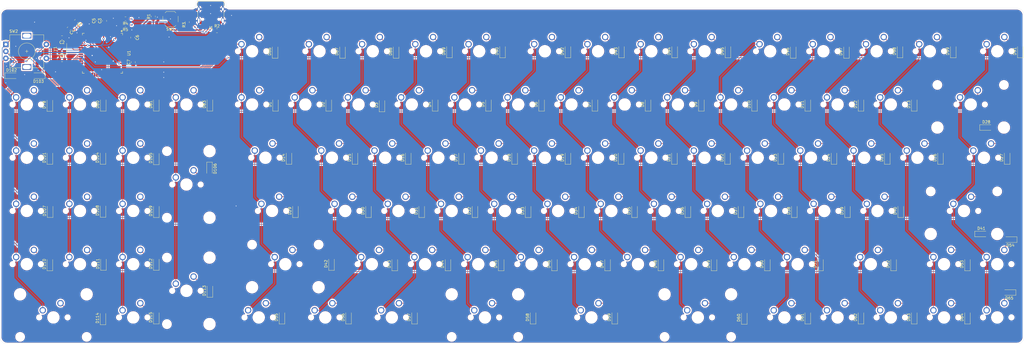
<source format=kicad_pcb>
(kicad_pcb (version 20240108) (generator "pcbnew") (generator_version "8.0")
  (layers (0 "F.Cu" signal) (31 "B.Cu" signal) (34 "B.Paste" user) (35 "F.Paste" user) (36 "B.SilkS" user "B.Silkscreen") (37 "F.SilkS" user "F.Silkscreen") (38 "B.Mask" user) (39 "F.Mask" user) (44 "Edge.Cuts" user))
  (net 0 "")
  (net 1 "GND")
  (net 2 "Net-(U1-UCAP)")
  (net 3 "Net-(U1-XTAL1)")
  (net 4 "Net-(U1-XTAL2)")
  (net 5 "+5V")
  (net 6 "Net-(D1-A)")
  (net 7 "ROW0")
  (net 8 "Net-(D2-A)")
  (net 9 "Net-(D3-A)")
  (net 10 "Net-(D4-A)")
  (net 11 "Net-(D5-A)")
  (net 12 "Net-(D6-A)")
  (net 13 "Net-(D7-A)")
  (net 14 "Net-(D8-A)")
  (net 15 "Net-(D9-A)")
  (net 16 "Net-(D10-A)")
  (net 17 "Net-(D11-A)")
  (net 18 "Net-(D12-A)")
  (net 19 "Net-(D13-A)")
  (net 20 "Net-(D14-A)")
  (net 21 "ROW1")
  (net 22 "Net-(D15-A)")
  (net 23 "Net-(D16-A)")
  (net 24 "Net-(D17-A)")
  (net 25 "Net-(D18-A)")
  (net 26 "Net-(D19-A)")
  (net 27 "Net-(D20-A)")
  (net 28 "Net-(D21-A)")
  (net 29 "Net-(D22-A)")
  (net 30 "Net-(D23-A)")
  (net 31 "Net-(D24-A)")
  (net 32 "Net-(D25-A)")
  (net 33 "Net-(D26-A)")
  (net 34 "Net-(D27-A)")
  (net 35 "Net-(D28-A)")
  (net 36 "Net-(D29-A)")
  (net 37 "ROW2")
  (net 38 "Net-(D30-A)")
  (net 39 "Net-(D31-A)")
  (net 40 "Net-(D32-A)")
  (net 41 "Net-(D33-A)")
  (net 42 "Net-(D34-A)")
  (net 43 "Net-(D35-A)")
  (net 44 "Net-(D36-A)")
  (net 45 "Net-(D37-A)")
  (net 46 "Net-(D38-A)")
  (net 47 "Net-(D39-A)")
  (net 48 "Net-(D40-A)")
  (net 49 "Net-(D41-A)")
  (net 50 "ROW3")
  (net 51 "Net-(D42-A)")
  (net 52 "Net-(D43-A)")
  (net 53 "Net-(D44-A)")
  (net 54 "Net-(D45-A)")
  (net 55 "Net-(D46-A)")
  (net 56 "Net-(D47-A)")
  (net 57 "Net-(D48-A)")
  (net 58 "Net-(D49-A)")
  (net 59 "Net-(D50-A)")
  (net 60 "Net-(D51-A)")
  (net 61 "Net-(D52-A)")
  (net 62 "Net-(D53-A)")
  (net 63 "Net-(D54-A)")
  (net 64 "ROW4")
  (net 65 "Net-(D55-A)")
  (net 66 "Net-(D56-A)")
  (net 67 "Net-(D57-A)")
  (net 68 "Net-(D58-A)")
  (net 69 "Net-(D59-A)")
  (net 70 "Net-(D60-A)")
  (net 71 "Net-(D61-A)")
  (net 72 "Net-(D62-A)")
  (net 73 "Net-(D63-A)")
  (net 74 "Net-(D64-A)")
  (net 75 "Net-(D65-A)")
  (net 76 "D-")
  (net 78 "D+")
  (net 79 "Net-(J1-CC2)")
  (net 80 "Net-(J1-CC1)")
  (net 82 "Net-(U1-D+)")
  (net 83 "Net-(U1-D-)")
  (net 84 "Net-(U1-~{RESET})")
  (net 85 "COL0")
  (net 86 "COL1")
  (net 87 "COL2")
  (net 88 "COL3")
  (net 89 "COL4")
  (net 90 "COL5")
  (net 91 "COL6")
  (net 92 "COL7")
  (net 93 "COL8")
  (net 94 "COL9")
  (net 95 "COL10")
  (net 96 "COL11")
  (net 97 "COL12")
  (net 98 "COL13")
  (net 99 "Net-(U1-PE2{slash}~{HWB})")
  (net 114 "Net-(D78-A)")
  (net 115 "Net-(D80-A)")
  (net 116 "Net-(D81-A)")
  (net 117 "ROW-1")
  (net 118 "Net-(D83-A)")
  (net 119 "Net-(D86-A)")
  (net 120 "Net-(D87-A)")
  (net 121 "Net-(D88-A)")
  (net 122 "Net-(D89-A)")
  (net 123 "Net-(D90-A)")
  (net 124 "Net-(D91-A)")
  (net 125 "Net-(D92-A)")
  (net 126 "Net-(D93-A)")
  (net 127 "Net-(D94-A)")
  (net 128 "Net-(D95-A)")
  (net 129 "Net-(D96-A)")
  (net 130 "Net-(D97-A)")
  (net 131 "Net-(D98-A)")
  (net 132 "Net-(D99-A)")
  (net 133 "Net-(D102-A)")
  (net 134 "Net-(D103-A)")
  (net 135 "COL-1")
  (net 136 "COL-2")
  (net 137 "COL-3")
  (net 138 "COL-4")
  (net 149 "Net-(D101-A)")
  (net 150 "Net-(D104-A)")
  (net 151 "Net-(D105-A)")
  (net 152 "Net-(D106-A)")
  (net 153 "Net-(D107-A)")
  (net 154 "Net-(D108-A)")
  (net 155 "Net-(D109-A)")
  (net 156 "Net-(D110-A)")
  (net 157 "Net-(D111-A)")
  (net 158 "Net-(D112-A)")
  (net 159 "Net-(D113-A)")
  (net 160 "Net-(D114-A)")
  (net 161 "Net-(D115-A)")
  (footprint "PCM_marbastlib-mx:SW_MX_1u" (layer "F.Cu") (at 146.685 172.726427)
    (property "Reference" "SW0_16" (hide yes))
    (property "Value" "1u")
  )
  (footprint "PCM_marbastlib-mx:SW_MX_1u" (layer "F.Cu") (at 365.431244 191.773449)
    (property "Reference" "SW3_7" (hide yes))
    (property "Value" "1u")
  )
  (footprint "PCM_marbastlib-mx:STAB_MX_2.25u" (layer "F.Cu") (at 220.174994 191.773449)
    (property "Reference" "S1" (hide yes))
    (property "Value" "MX_stab")
  )
  (footprint "PCM_marbastlib-mx:SW_MX_1u" (layer "F.Cu") (at 241.603086 172.722587)
    (property "Reference" "SW2_1" (hide yes))
    (property "Value" "1u")
  )
  (footprint "PCM_marbastlib-mx:SW_MX_1u" (layer "F.Cu") (at 251.46 115.57)
    (property "Reference" "SW-1_2" (hide yes))
    (property "Value" "1u")
  )
  (footprint "Diode_SMD:D_SOD-123" (layer "F.Cu") (at 359.53041 115.55409 90)
    (property "Reference" "D94")
    (property "Value" "D_Small")
  )
  (footprint "PCM_marbastlib-mx:SW_MX_1u" (layer "F.Cu") (at 398.78 134.62)
    (property "Reference" "SW0_10" (hide yes))
    (property "Value" "1u")
  )
  (footprint "Diode_SMD:D_SOD-123" (layer "F.Cu") (at 297.93641 115.55409 90)
    (property "Reference" "D90")
    (property "Value" "D_Small")
  )
  (footprint "Resistor_SMD:R_0805_2012Metric" (layer "F.Cu") (at 140.247 118.618002)
    (property "Reference" "C1")
    (property "Value" "22pF")
  )
  (footprint "PCM_marbastlib-mx:SW_MX_1u" (layer "F.Cu") (at 313.055 115.57)
    (property "Reference" "SW-1_5" (hide yes))
    (property "Value" "1u")
  )
  (footprint "Diode_SMD:D_SOD-123" (layer "F.Cu") (at 302.26 153.67 90)
    (property "Reference" "D18")
    (property "Value" "D_Small")
  )
  (footprint "PCM_marbastlib-mx:SW_MX_1u" (layer "F.Cu") (at 127.635 172.726427)
    (property "Reference" "SW0_15" (hide yes))
    (property "Value" "1u")
  )
  (footprint "PCM_marbastlib-mx:SW_MX_1u" (layer "F.Cu") (at 289.231244 191.773449)
    (property "Reference" "SW3_3" (hide yes))
    (property "Value" "1u")
  )
  (footprint "Diode_SMD:D_SOD-123" (layer "F.Cu") (at 384.429 210.947 90)
    (property "Reference" "D60")
    (property "Value" "D_Small")
  )
  (footprint "PCM_marbastlib-mx:SW_MX_1.75u" (layer "F.Cu") (at 215.4174 172.72)
    (property "Reference" "SW2_0" (hide yes))
    (property "Value" "1.75u")
  )
  (footprint "PCM_marbastlib-mx:SW_MX_1u" (layer "F.Cu") (at 208.28 134.62)
    (property "Reference" "SW0_0" (hide yes))
    (property "Value" "1u")
  )
  (footprint "Diode_SMD:D_SOD-123" (layer "F.Cu") (at 240.65941 115.68109 90)
    (property "Reference" "D87")
    (property "Value" "D_Small")
  )
  (footprint "Diode_SMD:D_SOD-123" (layer "F.Cu") (at 193.16141 201.27909 90)
    (property "Reference" "D113")
    (property "Value" "D_Small")
  )
  (footprint "Diode_SMD:D_SOD-123" (layer "F.Cu") (at 173.98441 191.62709 90)
    (property "Reference" "D112")
    (property "Value" "D_Small")
  )
  (footprint "PCM_marbastlib-mx:STAB_MX_2u" (layer "F.Cu") (at 184.785 201.333176 90)
    (property "Reference" "S7" (hide yes))
    (property "Value" "MX_stab")
  )
  (footprint "PCM_marbastlib-mx:SW_MX_1u" (layer "F.Cu") (at 165.735 191.776427)
    (property "Reference" "SW0_28" (hide yes))
    (property "Value" "1u")
  )
  (footprint "PCM_marbastlib-mx:SW_MX_1u" (layer "F.Cu") (at 393.7 115.57)
    (property "Reference" "SW-1_9" (hide yes))
    (property "Value" "1u")
  )
  (footprint "Diode_SMD:D_SOD-123" (layer "F.Cu") (at 173.99 172.72 90)
    (property "Reference" "D109")
    (property "Value" "D_Small")
  )
  (footprint "Diode_SMD:D_SOD-123" (layer "F.Cu") (at 378.58041 115.55409 90)
    (property "Reference" "D95")
    (property "Value" "D_Small")
  )
  (footprint "PCM_marbastlib-mx:SW_MX_1u" (layer "F.Cu") (at 184.785001 163.264926)
    (property "Reference" "SW0_-8" (hide yes))
    (property "Value" "1u")
  )
  (footprint "PCM_marbastlib-mx:SW_MX_1u" (layer "F.Cu") (at 274.942471 153.67)
    (property "Reference" "SW1_3" (hide yes))
    (property "Value" "1u")
  )
  (footprint "Diode_SMD:D_SOD-123" (layer "F.Cu") (at 388.112 134.62 90)
    (property "Reference" "D10")
    (property "Value" "D_Small")
  )
  (footprint "Diode_SMD:D_SOD-123" (layer "F.Cu") (at 359.41 153.67 90)
    (property "Reference" "D21")
    (property "Value" "D_Small")
  )
  (footprint "Diode_SMD:D_SOD-123" (layer "F.Cu") (at 278.88641 115.55409 90)
    (property "Reference" "D89")
    (property "Value" "D_Small")
  )
  (footprint "PCM_marbastlib-mx:SW_MX_1u" (layer "F.Cu") (at 317.803086 172.722587)
    (property "Reference" "SW2_5" (hide yes))
    (property "Value" "1u")
  )
  (footprint "Diode_SMD:D_SOD-123" (layer "F.Cu") (at 364.236 172.72 90)
    (property "Reference" "D36")
    (property "Value" "D_Small")
  )
  (footprint "PCM_marbastlib-mx:SW_MX_1u" (layer "F.Cu") (at 165.735 134.626427)
    (property "Reference" "SW-1_-7" (hide yes))
    (property "Value" "1u")
  )
  (footprint "Diode_SMD:D_SOD-123" (layer "F.Cu") (at 326.136 172.72 90)
    (property "Reference" "D34")
    (property "Value" "D_Small")
  )
  (footprint "PCM_marbastlib-mx:SW_MX_1u" (layer "F.Cu") (at 165.735 153.676427)
    (property "Reference" "SW0_-7" (hide yes))
    (property "Value" "1u")
  )
  (footprint "PCM_marbastlib-mx:SW_MX_1u" (layer "F.Cu") (at 336.853086 172.722587)
    (property "Reference" "SW2_6" (hide yes))
    (property "Value" "1u")
  )
  (footprint "PCM_marbastlib-mx:SW_MX_1u" (layer "F.Cu") (at 379.73 134.62)
    (property "Reference" "SW0_9" (hide yes))
    (property "Value" "1u")
  )
  (footprint "PCM_marbastlib-mx:SW_MX_1u" (layer "F.Cu") (at 394.003086 172.722587)
    (property "Reference" "SW2_9" (hide yes))
    (property "Value" "1u")
  )
  (footprint "Diode_SMD:D_SOD-123" (layer "F.Cu") (at 236.728 191.643 90)
    (property "Reference" "D42")
    (property "Value" "D_Small")
  )
  (footprint "PCM_marbastlib-mx:SW_MX_1u" (layer "F.Cu") (at 293.992471 153.67)
    (property "Reference" "SW1_4" (hide yes))
    (property "Value" "1u")
  )
  (footprint "Diode_SMD:D_SOD-123" (layer "F.Cu") (at 154.93441 153.65409 90)
    (property "Reference" "D104")
    (property "Value" "D_Small")
  )
  (footprint "Package_QFP:TQFP-64_14x14mm_P0.8mm" (layer "F.Cu") (at 154.731 116.285 -90)
    (property "Reference" "U1")
    (property "Value" "AT90USB1286-A")
  )
  (footprint "PCM_marbastlib-mx:SW_MX_1u" (layer "F.Cu") (at 389.242471 153.67)
    (property "Reference" "SW1_9" (hide yes))
    (property "Value" "1u")
  )
  (footprint "PCM_marbastlib-mx:SW_MX_1u" (layer "F.Cu") (at 270.181244 191.773449)
    (property "Reference" "SW3_2" (hide yes))
    (property "Value" "1u")
  )
  (footprint "PCM_marbastlib-mx:SW_MX_1u" (layer "F.Cu") (at 284.48 134.62)
    (property "Reference" "SW0_4" (hide yes))
    (property "Value" "1u")
  )
  (footprint "PCM_marbastlib-mx:SW_MX_1u" (layer "F.Cu") (at 184.785 201.301427)
    (property "Reference" "SW0_29" (hide yes))
    (property "Value" "1u")
  )
  (footprint "PCM_marbastlib-mx:SW_MX_1u" (layer "F.Cu") (at 417.83 210.825898)
    (property "Reference" "SW4_7" (hide yes))
    (property "Value" "1u")
  )
  (footprint "Resistor_SMD:R_0805_2012Metric" (layer "F.Cu") (at 155.452222 104.692257 90)
    (property "Reference" "C3")
    (property "Value" "1uF")
  )
  (footprint "Diode_SMD:D_SOD-123" (layer "F.Cu") (at 345.186 172.72 90)
    (property "Reference" "D35")
    (property "Value" "D_Small")
  )
  (footprint "PCM_marbastlib-mx:SW_MX_1u" (layer "F.Cu") (at 260.653086 172.722587)
    (property "Reference" "SW2_2" (hide yes))
    (property "Value" "1u")
  )
  (footprint "PCM_marbastlib-mx:SW_MX_1u" (layer "F.Cu") (at 370.192471 153.67)
    (property "Reference" "SW1_8" (hide yes))
    (property "Value" "1u")
  )
  (footprint "Diode_SMD:D_SOD-123" (layer "F.Cu") (at 316.484 191.77 90)
    (property "Reference" "D46")
    (property "Value" "D_Small")
  )
  (footprint "Resistor_SMD:R_0805_2012Metric" (layer "F.Cu") (at 185.039 105.156 90)
    (property "Reference" "R3")
    (property "Value" "5.1k")
  )
  (footprint "PCM_marbastlib-mx:SW_MX_1u" (layer "F.Cu") (at 289.56 115.57)
    (property "Reference" "SW-1_4" (hide yes))
    (property "Value" "1u")
  )
  (footprint "PCM_marbastlib-mx:SW_MX_1u" (layer "F.Cu") (at 227.33 134.62)
    (property "Reference" "SW0_1" (hide yes))
    (property "Value" "1u")
  )
  (footprint "Diode_SMD:D_SOD-123" (layer "F.Cu") (at 311.912 134.62 90)
    (property "Reference" "D6")
    (property "Value" "D_Small")
  )
  (footprint "Diode_SMD:D_SOD-123" (layer "F.Cu") (at 321.30341 115.55409 90)
    (property "Reference" "D92")
    (property "Value" "D_Small")
  )
  (footprint "PCM_marbastlib-mx:SW_MX_1u" (layer "F.Cu") (at 291.618311 210.822449)
    (property "Reference" "SW4_3" (hide yes))
    (property "Value" "2.25u")
  )
  (footprint "Diode_SMD:D_SOD-123" (layer "F.Cu") (at 193.04 157.607 -90)
    (property "Reference" "D106")
    (property "Value" "D_Small")
  )
  (footprint "Connector_USB:USB_C_Receptacle_HRO_TYPE-C-31-M-12" (layer "F.Cu") (at 193.507873 101.53 180)
    (property "Reference" "J1")
    (property "Value" "USB_C_Receptacle_USB2.0_16P" (hide yes))
  )
  (footprint "PCM_marbastlib-mx:SW_MX_1u" (layer "F.Cu") (at 137.16 210.82)
    (property "Reference" "SW0_30" (hide yes))
    (property "Value" "1u")
  )
  (footprint "PCM_marbastlib-mx:SW_MX_1u" (layer "F.Cu") (at 313.042471 153.67)
    (property "Reference" "SW1_5" (hide yes))
    (property "Value" "1u")
  )
  (footprint "PCM_marbastlib-mx:SW_MX_1u" (layer "F.Cu") (at 127.635 153.676427)
    (property "Reference" "SW0_-5" (hide yes))
    (property "Value" "1u")
  )
  (footprint "Diode_SMD:D_SOD-123" (layer "F.Cu") (at 369.062 134.62 90)
    (property "Reference" "D9")
    (property "Value" "D_Small")
  )
  (footprint "Diode_SMD:D_SOD-123" (layer "F.Cu") (at 437.896 191.77 90)
    (property "Reference" "D52")
    (property "Value" "D_Small")
  )
  (footprint "Diode_SMD:D_SOD-123" (layer "F.Cu") (at 308.864 210.82 90)
    (property "Reference" "D58")
    (property "Value" "D_Small")
  )
  (footprint "Diode_SMD:D_SOD-123" (layer "F.Cu") (at 216.662 134.62 90)
    (property "Reference" "D1")
    (property "Value" "D_Small")
  )
  (footprint "Diode_SMD:D_SOD-123" (layer "F.Cu") (at 416.56 153.67 90)
    (property "Reference" "D24")
    (property "Value" "D_Small")
  )
  (footprint "PCM_marbastlib-mx:SW_MX_1u" (layer "F.Cu") (at 374.953086 172.722587)
    (property "Reference" "SW2_8" (hide yes))
    (property "Value" "1u")
  )
  (footprint "PCM_marbastlib-mx:SW_MX_1u" (layer "F.Cu") (at 432.103086 172.722587)
    (property "Reference" "SW2_11" (hide yes))
    (property "Value" "1u")
  )
  (footprint "Diode_SMD:D_SOD-123" (layer "F.Cu") (at 321.31 153.67 90)
    (property "Reference" "D19")
    (property "Value" "D_Small")
  )
  (footprint "Diode_SMD:D_SOD-123" (layer "F.Cu") (at 407.162 134.62 90)
    (property "Reference" "D11")
    (property "Value" "D_Small")
  )
  (footprint "Diode_SMD:D_SOD-123" (layer "F.Cu") (at 340.48141 115.55409 90)
    (property "Reference" "D93")
    (property "Value" "D_Small")
  )
  (footprint "PCM_marbastlib-mx:SW_MX_1u" (layer "F.Cu") (at 370.205 115.57)
    (property "Reference" "SW-1_8" (hide yes))
    (property "Value" "1u")
  )
  (footprint "PCM_marbastlib-mx:SW_MX_1u" (layer "F.Cu") (at 322.58 134.62)
    (property "Reference" "SW0_6" (hide yes))
    (property "Value" "1u")
  )
  (footprint "Diode_SMD:D_SOD-123" (layer "F.Cu") (at 173.98441 153.78109 90)
    (property "Reference" "D105")
    (property "Value" "D_Small")
  )
  (footprint "PCM_marbastlib-mx:STAB_MX_2.25u" (layer "F.Cu") (at 463.065686 172.722587)
    (property "Reference" "S2" (hide yes))
    (property "Value" "MX_stab")
  )
  (footprint "PCM_marbastlib-mx:SW_MX_1u" (layer "F.Cu") (at 355.903086 172.722587)
    (property "Reference" "SW2_7" (hide yes))
    (property "Value" "1u")
  )
  (footprint "Diode_SMD:D_SOD-123" (layer "F.Cu") (at 273.812 134.62 90)
    (property "Reference" "D4")
    (property "Value" "D_Small")
  )
  (footprint "Diode_SMD:D_SOD-123" (layer "F.Cu") (at 464.312 191.77 90)
    (property "Reference" "D53")
    (property "Value" "D_Small")
  )
  (footprint "PCM_marbastlib-mx:SW_MX_1u" (layer "F.Cu") (at 127.635 191.776427)
    (property "Reference" "SW0_21" (hide yes))
    (property "Value" "1u")
  )
  (footprint "PCM_marbastlib-mx:SW_MX_1u" (layer "F.Cu") (at 412.75 115.57)
    (property "Reference" "SW-1_10" (hide yes))
    (property "Value" "1u")
  )
  (footprint "Diode_SMD:D_SOD-123" (layer "F.Cu") (at 155.06041 191.62709 90)
    (property "Reference" "D111")
    (property "Value" "D_Small")
  )
  (footprint "PCM_marbastlib-mx:SW_MX_1u" (layer "F.Cu") (at 327.331244 191.773449)
    (property "Reference" "SW3_5" (hide yes))
    (property "Value" "1u")
  )
  (footprint "Diode_SMD:D_SOD-123" (layer "F.Cu") (at 459.22641 115.55409 90)
    (property "Reference" "D99")
    (property "Value" "D_Small")
  )
  (footprint "Diode_SMD:D_SOD-123" (layer "F.Cu") (at 259.334 191.77 90)
    (property "Reference" "D43")
    (property "Value" "D_Small")
  )
  (footprint "Diode_SMD:D_SOD-123" (layer "F.Cu") (at 122.175 124.333)
    (property "Reference" "D102")
    (property "Value" "D_Small")
  )
  (footprint "Diode_SMD:D_SOD-123" (layer "F.Cu") (at 426.212 210.82 90)
    (property "Reference" "D62")
    (property "Value" "D_Small")
  )
  (footprint "PCM_marbastlib-mx:SW_MX_1u" (layer "F.Cu") (at 346.381244 191.773449)
    (property "Reference" "SW3_6" (hide yes))
    (property "Value" "1u")
  )
  (footprint "PCM_marbastlib-mx:SW_MX_1u" (layer "F.Cu") (at 436.88 134.62)
    (property "Reference" "SW0_12" (hide yes))
    (property "Value" "1u")
  )
  (footprint "Diode_SMD:D_SOD-123" (layer "F.Cu") (at 478.536 153.67 90)
    (property "Reference" "D27")
    (property "Value" "D_Small")
  )
  (footprint "Diode_SMD:D_SOD-123" (layer "F.Cu") (at 259.83541 115.68109 90)
    (property "Reference" "D88")
    (property "Value" "D_Small")
  )
  (footprint "Diode_SMD:D_SOD-123" (layer "F.Cu") (at 216.52741 115.68109 90)
    (property "Reference" "D86")
    (property "Value" "D_Small")
  )
  (footprint "Diode_SMD:D_SOD-123" (layer "F.Cu") (at 378.46 153.67 90)
    (property "Reference" "D22")
    (property "Value" "D_Small")
  )
  (footprint "Resistor_SMD:R_0805_2012Metric" (layer "F.Cu") (at 162.941 106.172 180)
    (property "Reference" "R5")
    (property "Value" "22")
  )
  (footprint "PCM_marbastlib-mx:SW_MX_1u" (layer "F.Cu") (at 308.281244 191.773449)
    (property "Reference" "SW3_4" (hide yes))
    (property "Value" "1u")
  )
  (footprint "PCM_marbastlib-mx:SW_MX_1u" (layer "F.Cu") (at 431.8 115.57)
    (property "Reference" "SW-1_11" (hide yes))
    (property "Value" "1u")
  )
  (footprint "PCM_marbastlib-mx:SW_MX_1u" (layer "F.Cu") (at 474.98 210.825898)
    (property "Reference" "SW4_10" (hide yes))
    (property "Value" "1u")
  )
  (footprint "Diode_SMD:D_SOD-123" (layer "F.Cu") (at 266.446 210.82 90)
    (property "Reference" "D57")
    (property "Value" "D_Small")
  )
  (footprint "Diode_SMD:D_SOD-123" (layer "F.Cu") (at 131.826 124.333 180)
    (property "Reference" "D103")
    (property "Value" "D_Small")
  )
  (footprint "PCM_marbastlib-mx:SW_MX_1u" (layer "F.Cu") (at 279.703086 172.722587)
    (property "Reference" "SW2_3" (hide yes))
    (property "Value" "1u")
  )
  (footprint "Resistor_SMD:R_0805_2012Metric" (layer "F.Cu") (at 172.922 103.130499 90)
    (property "Reference" "R1")
    (property "Value" "10k")
  )
  (footprint "Diode_SMD:D_SOD-123" (layer "F.Cu") (at 235.712 134.62 90)
    (property "Reference" "D2")
    (property "Value" "D_Small")
  )
  (footprint "PCM_marbastlib-mx:SW_MX_1u" (layer "F.Cu") (at 408.292471 153.67)
    (property "Reference" "SW1_10" (hide yes))
    (property "Value" "1u")
  )
  (footprint "PCM_marbastlib-mx:SW_MX_1u" (layer "F.Cu") (at 427.342471 153.67)
    (property "Reference" "SW1_11" (hide yes))
    (property "Value" "1u")
  )
  (footprint "PCM_marbastlib-mx:SW_MX_1u" (layer "F.Cu") (at 455.93 191.77)
    (property "Reference" "SW3_11" (hide yes))
    (property "Value" "1u")
  )
  (footprint "Diode_SMD:D_SOD-123" (layer "F.Cu") (at 471.04959 142.89091)
    (property "Reference" "D28")
    (property "Value" "D_Small")
  )
  (footprint "Diode_SMD:D_SOD-123" (layer "F.Cu") (at 479.298 201.93 180)
    (property "Reference" "D65")
    (property "Value" "D_Small")
  )
  (footprint "PCM_marbastlib-mx:STAB_MX_2.25u" (layer "F.Cu") (at 367.818311 210.822449 180)
    (property "Reference" "S4" (hide yes))
    (property "Value" "MX_stab")
  )
  (footprint "Diode_SMD:D_SOD-123" (layer "F.Cu") (at 135.88441 134.73109 90)
    (property "Reference" "D78")
    (property "Value" "D_Small")
  )
  (footprint "Crystal:Crystal_SMD_3225-4Pin_3.2x2.5mm" (layer "F.Cu") (at 140.247001 114.724002 90)
    (property "Reference" "Y1")
    (property "Value" "16MHz")
  )
  (footprint "Diode_SMD:D_SOD-123" (layer "F.Cu") (at 402.336 172.72 90)
    (property "Reference" "D38")
    (property "Value" "D_Small")
  )
  (footprint "PCM_marbastlib-mx:SW_MX_1u" (layer "F.Cu") (at 367.818311 210.822449)
    (property "Reference" "SW4_5" (hide yes))
    (property "Value" "2.25u")
  )
  (footprint "Diode_SMD:D_SOD-123" (layer "F.Cu") (at 373.634 191.77 90)
    (property "Reference" "D49")
    (property "Value" "D_Small")
  )
  (footprint "Diode_SMD:D_SOD-123" (layer "F.Cu") (at 420.99841 115.68109 90)
    (property "Reference" "D97")
    (property "Value" "D_Small")
  )
  (footprint "Diode_SMD:D_SOD-123" (layer "F.Cu") (at 340.36 153.67 90)
    (property "Reference" "D20")
    (property "Value" "D_Small")
  )
  (footprint "Resistor_SMD:R_0805_2012Metric" (layer "F.Cu") (at 195.707 108.204)
    (property "Reference" "R2")
    (property "Value" "5.1k")
  )
  (footprint "PCM_marbastlib-mx:SW_MX_1u" (layer "F.Cu") (at 146.685 191.776427)
    (property "Reference" "SW0_26" (hide yes))
    (property "Value" "1u")
  )
  (footprint "Diode_SMD:D_SOD-123" (layer "F.Cu") (at 297.434 191.77 90)
    (property "Reference" "D45")
    (property "Value" "D_Small")
  )
  (footprint "Diode_SMD:D_SOD-123" (layer "F.Cu") (at 223.774 172.72 90)
    (property "Reference" "D29")
    (property "Value" "D_Small")
  )
  (footprint "PCM_marbastlib-mx:SW_MX_1u" (layer "F.Cu") (at 341.63 134.62)
    (property "Reference" "SW0_7" (hide yes))
    (property "Value" "1u")
  )
  (footprint "PCM_marbastlib-mx:SW_MX_1u" (layer "F.Cu") (at 455.93 210.825898)
    (property "Reference" "SW4_9" (hide yes))
    (property "Value" "1u")
  )
  (footprint "PCM_marbastlib-mx:SW_MX_1.75u" (layer "F.Cu") (at 429.720055 191.775173)
    (property "Reference" "SW3_10" (hide yes))
    (property "Value" "1.75u")
  )
  (footprint "Diode_SMD:D_SOD-123" (layer "F.Cu") (at 411.734 191.77 90)
    (property "Reference" "D51")
    (property "Value" "D_Small")
  )
  (footprint "PCM_marbastlib-mx:SW_MX_1u" (layer "F.Cu") (at 251.131244 191.773449)
    (property "Reference" "SW3_1" (hide yes))
    (property "Value" "1u")
  )
  (footprint "PCM_marbastlib-mx:SW_MX_1u" (layer "F.Cu") (at 270.51 115.57)
    (property "Reference" "SW-1_3" (hide yes))
    (property "Value" "1u")
  )
  (footprint "Diode_SMD:D_SOD-123" (layer "F.Cu") (at 401.94941 115.68109 90)
    (property "Reference" "D96")
    (property "Value" "D_Small")
  )
  (footprint "Diode_SMD:D_SOD-123" (layer "F.Cu") (at 440.436 172.72 90)
    (property "Reference" "D40")
    (property "Value" "D_Small")
  )
  (footprint "Diode_SMD:D_SOD-123" (layer "F.Cu") (at 218.948 210.82 90)
    (property "Reference" "D55")
    (property "Value" "D_Small")
  )
  (footprint "Diode_SMD:D_SOD-123" (layer "F.Cu") (at 135.88441 191.75409 90)
    (property "Reference" "D110")
    (property "Value" "D_Small")
  )
  (footprint "Diode_SMD:D_SOD-123" (layer "F.Cu") (at 421.386 172.72 90)
    (property "Reference" "D39")
    (property "Value" "D_Small")
  )
  (footprint "Diode_SMD:D_SOD-123" (layer "F.Cu") (at 278.384 191.77 90)
    (property "Reference" "D44")
    (property "Value" "D_Small")
  )
  (footprint "Diode_SMD:D_SOD-123" (layer "F.Cu") (at 221.488 153.67 90)
    (property "Reference" "D14")
    (property "Value" "D_Small")
  )
  (footprint "PCM_marbastlib-mx:SW_MX_1u" (layer "F.Cu") (at 384.481244 191.773449)
    (property "Reference" "SW3_8" (hide yes))
    (property "Value" "1u")
  )
  (footprint "Diode_SMD:D_SOD-123" (layer "F.Cu") (at 335.534 191.77 90)
    (property "Reference" "D47")
    (property "Value" "D_Small")
  )
  (footprint "PCM_marbastlib-mx:SW_MX_1u" (layer "F.Cu") (at 417.83 134.62)
    (property "Reference" "SW0_11" (hide yes))
    (property "Value" "1u")
  )
  (footprint "PCM_marbastlib-mx:SW_MX_1u" (layer "F.Cu") (at 232.41 115.57)
    (property "Reference" "SW-1_1" (hide yes))
    (property "Value" "1u")
  )
  (footprint "Rotary_Encoder:RotaryEncoder_Alps_EC11E-Switch_Vertical_H20mm" (layer "F.Cu") (at 120.142 113.11)
    (property "Reference" "SW2")
    (property "Value" "RotaryEncoder_Switch")
  )
  (footprint "Diode_SMD:D_SOD-123" (layer "F.Cu") (at 264.16 153.67 90)
    (property "Reference" "D16")
    (property "Value" "D_Small")
  )
  (footprint "Diode_SMD:D_SOD-123" (layer "F.Cu") (at 307.086 172.72 90)
    (property "Reference" "D33")
    (property "Value" "D_Small")
  )
  (footprint "Diode_SMD:D_SOD-123" (layer "F.Cu") (at 479.679 183.007 180)
    (property "Reference" "D54")
    (property "Value" "D_Small")
  )
  (footprint "PCM_marbastlib-mx:SW_MX_1u" (layer "F.Cu") (at 450.85 115.57)
    (property "Reference" "SW-1_12" (hide yes))
    (property "Value" "1u")
  )
  (footprint "Diode_SMD:D_SOD-123" (layer "F.Cu") (at 283.21 153.67 90)
    (property "Reference" "D17")
    (property "Value" "D_Small")
  )
  (footprint "Diode_SMD:D_SOD-123" (layer "F.Cu") (at 464.312 210.82 90)
    (property "Reference" "D64")
    (property "Value" "D_Small")
  )
  (footprint "PCM_marbastlib-mx:SW_MX_1u" (layer "F.Cu") (at 236.842471 153.67)
    (property "Reference" "SW1_1" (hide yes))
    (property "Value" "1u")
  )
  (footprint "Resistor_SMD:R_0805_2012Metric" (layer "F.Cu") (at 145.36554 104.845862 -135)
    (property "Reference" "R6")
    (property "Value" "10k")
  )
  (footprint "Diode_SMD:D_SOD-123" (layer "F.Cu") (at 135.89 153.67 90)
    (property "Reference" "D101")
    (property "Value" "D_Small")
  )
  (footprint "Diode_SMD:D_SOD-123" (layer "F.Cu") (at 392.684 191.77 90)
    (property "Reference" "D50")
    (property "Value" "D_Small")
  )
  (footprint "Diode_SMD:D_SOD-123" (layer "F.Cu") (at 155 134.62 90)
    (property "Reference" "D80")
    (property "Value" "D_Small")
  )
  (footprint "Resistor_SMD:R_0805_2012Metric" (layer "F.Cu") (at 165.571116 110.668553 -90)
    (property "Reference" "C6")
    (property "Value" "0.1uF")
  )
  (footprint "PCM_marbastlib-mx:SW_MX_1u" (layer "F.Cu") (at 246.38 134.62)
    (property "Reference" "SW0_2" (hide yes))
    (property "Value" "1u")
  )
  (footprint "Diode_SMD:D_SOD-123" (layer "F.Cu") (at 249.936 172.72 90)
    (property "Reference" "D30")
    (property "Value" "D_Small")
  )
  (footprint "PCM_marbastlib-mx:SW_MX_1u" (layer "F.Cu") (at 127.635 134.626427)
    (property "Reference" "SW-1_-5" (hide yes))
    (property "Value" "1u")
  )
  (footprint "Diode_SMD:D_SOD-123" (layer "F.Cu") (at 154.93241 211.05809 90)
    (property "Reference" "D114")
    (property "Value" "D_Small")
  )
  (footprint "PCM_marbastlib-mx:SW_MX_1u" (layer "F.Cu") (at 298.753086 172.722587)
    (property "Reference" "SW2_4" (hide yes))
    (property "Value" "1u")
  )
  (footprint "PCM_marbastlib-mx:SW_MX_1.25u" (layer "F.Cu") (at 210.65673 210.822449)
    (property "Reference" "SW4_0" (hide yes))
    (property "Value" "1.25u")
  )
  (footprint "Diode_SMD:D_SOD-123" (layer "F.Cu") (at 383.286 172.72 90)
    (property "Reference" "D37")
    (property "Value" "D_Small")
  )
  (footprint "Diode_SMD:D_SOD-123" (layer "F.Cu") (at 173.98441 210.80409 90)
    (property "Reference" "D115")
    (property "Value" "D_Small")
  )
  (footprint "Diode_SMD:D_SOD-123" (layer "F.Cu") (at 397.51 153.67 90)
    (property "Reference" "D23")
    (property "Value" "D_Small")
  )
  (footprint "Diode_SMD:D_SOD-123" (layer "F.Cu") (at 136.01141 172.70409 90)
    (property "Reference" "D107")
    (property "Value" "D_Small")
  )
  (footprint "PCM_marbastlib-mx:SW_MX_1.25u" (layer "F.Cu") (at 234.468311 210.822449)
    (property "Reference" "SW4_1" (hide yes))
    (property "Value" "1.25u")
  )
  (footprint "PCM_marbastlib-mx:SW_MX_1.25u" (layer "F.Cu") (at 258.28529 210.822449)
    (property "Reference" "SW4_2" (hide yes))
    (property "Value" "1.25u")
  )
  (footprint "PCM_marbastlib-mx:SW_MX_1u" (layer "F.Cu") (at 403.531244 191.773449)
    (property "Reference" "SW3_9" (hide yes))
    (property "Value" "1u")
  )
  (footprint "Diode_SMD:D_SOD-123" (layer "F.Cu") (at 173.98441 134.60409 90)
    (property "Reference" "D81")
    (property "Value" "D_Small")
  )
  (footprint "PCM_marbastlib-mx:SW_MX_1u" (layer "F.Cu") (at 474.98 115.57)
    (property "Reference" "SW-1_13" (hide yes))
    (property "Value" "1u")
  )
  (footprint "Resistor_SMD:R_0805_2012Metric" (layer "F.Cu") (at 162.9645 104.013 180)
    (property "Reference" "R4")
    (property "Value" "22")
  )
  (footprint "PCM_marbastlib-mx:STAB_MX_2u" (layer "F.Cu") (at 137.16 210.82 180)
    (property "Reference" "S8" (hide yes))
    (property "Value" "MX_stab")
  )
  (footprint "PCM_marbastlib-mx:SW_MX_1u" (layer "F.Cu") (at 146.685 153.676427)
    (property "Reference" "SW0_-6" (hide yes))
    (property "Value" "1u")
  )
  (footprint "Diode_SMD:D_SOD-123" (layer "F.Cu") (at 288.036 172.72 90)
    (property "Reference" "D32")
    (property "Value" "D_Small")
  )
  (footprint "PCM_marbastlib-mx:SW_MX_1.5u" (layer "F.Cu") (at 213.042671 153.67)
    (property "Reference" "SW1_0" (hide yes))
    (property "Value" "1.5u")
  )
  (footprint "PCM_marbastlib-mx:SW_MX_1u" (layer "F.Cu") (at 184.785 134.626427)
    (property "Reference" "SW-1_-8" (hide yes))
    (property "Value" "1u")
  )
  (footprint "Diode_SMD:D_SOD-123" (layer "F.Cu") (at 193.16141 134.60409 90)
    (property "Reference" "D83")
    (property "Value" "D_Small")
  )
  (footprint "Resistor_SMD:R_0805_2012Metric" (layer "F.Cu") (at 140.247001 110.744002 180)
    (property "Reference" "C2")
    (property "Value" "22pF")
  )
  (footprint "Diode_SMD:D_SOD-123" (layer "F.Cu") (at 350.012 134.62 90)
    (property "Reference" "D8")
    (property "Value" "D_Small")
  )
  (footprint "PCM_marbastlib-mx:SW_MX_1u" (layer "F.Cu") (at 463.065686 172.722587)
    (property "Reference" "SW2_12" (hide yes))
    (property "Value" "2.25u")
  )
  (footprint "Diode_SMD:D_SOD-123" (layer "F.Cu") (at 254.762 134.874 90)
    (property "Reference" "D3")
    (property "Value" "D_Small")
  )
  (footprint "Diode_SMD:D_SOD-123" (layer "F.Cu") (at 242.824 210.82 90)
    (property "Reference" "D56")
    (property "Value" "D_Small")
  )
  (footprint "PCM_marbastlib-mx:SW_MX_1u" (layer "F.Cu") (at 436.88 210.825898)
    (property "Reference" "SW4_8" (hide yes))
    (property "Value" "1u")
  )
  (footprint "Diode_SMD:D_SOD-123" (layer "F.Cu") (at 354.584 191.77 90)
    (property "Reference" "D48")
    (property "Value" "D_Small")
  )
  (footprint "PCM_marbastlib-mx:SW_MX_1u" (layer "F.Cu") (at 351.142471 153.67)
    (property "Reference" "SW1_7" (hide yes))
    (property "Value" "1u")
  )
  (footprint "PCM_marbastlib-mx:SW_MX_1u" (layer "F.Cu") (at 165.735 172.726427)
    (property "Reference" "SW0_17" (hide yes))
    (property "Value" "1u")
  )
  (footprint "PCM_marbastlib-mx:SW_MX_1u" (layer "F.Cu") (at 398.78 210.825898)
    (property "Reference" "SW4_6" (hide yes))
    (property "Value" "1u")
  )
  (footprint "PCM_marbastlib-mx:STAB_MX_2u" (layer "F.Cu") (at 465.455 134.62)
    (property "Reference" "S5" (hide yes))
    (property "Value" "MX_stab")
  )
  (footprint "PCM_marbastlib-mx:SW_MX_1u" (layer "F.Cu") (at 220.174994 191.773449)
    (property "Reference" "SW3_0" (hide yes))
    (property "Value" "2.25u")
  )
  (footprint "PCM_marbastlib-mx:STAB_MX_2u" (layer "F.Cu") (at 184.785 163.233177 90)
    (property "Reference" "S6" (hide yes))
    (property "Value" "MX_stab")
  )
  (footprint "Diode_SMD:D_SOD-123" (layer "F.Cu") (at 330.962 134.62 90)
    (property "Reference" "D7")
    (property "Value" "D_Small")
  )
  (footprint "Diode_SMD:D_SOD-123" (layer "F.Cu") (at 435.61 153.67 90)
    (property "Reference" "D25")
    (property "Value" "D_Small")
  )
  (footprint "Resistor_SMD:R_0805_2012Metric" (layer "F.Cu") (at 142.713748 107.534514 -135)
    (property "Reference" "C4")
    (property "Value" "0.1uF")
  )
  (footprint "PCM_marbastlib-mx:SW_MX_1u" (layer "F.Cu") (at 146.685 134.626427)
    (property "Reference" "SW-1_-6" (hide yes))
    (property "Value" "1u")
  )
  (footprint "Diode_SMD:D_SOD-123" (layer "F.Cu") (at 154.94 172.593 90)
    (property "Reference" "D108")
    (property "Value" "D_Small")
  )
  (footprint "Diode_SMD:D_SOD-123" (layer "F.Cu") (at 292.862 134.62 90)
    (property "Reference" "D5")
    (property "Value" "D_Small")
  )
  (footprint "PCM_marbastlib-mx:SW_MX_1u" (layer "F.Cu") (at 165.735 210.826427)
    (property "Reference" "SW0_31" (hide yes))
    (property "Value" "1u")
  )
  (footprint "Diode_SMD:D_SOD-123" (layer "F.Cu") (at 454.66 153.67 90)
    (property "Reference" "D26")
    (property "Value" "D_Small")
  )
  (footprint "PCM_marbastlib-mx:SW_MX_1u" (layer "F.Cu") (at 474.98 191.77)
    (property "Reference" "SW3_12" (hide yes))
    (property "Value" "1u")
  )
  (footprint "PCM_marbastlib-mx:SW_MX_1u" (layer "F.Cu") (at 265.43 134.62)
    (property "Reference" "SW0_3" (hide yes))
    (property "Value" "1u")
  )
  (footprint "PCM_marbastlib-mx:SW_MX_1u" (layer "F.Cu") (at 465.455 134.62)
    (property "Reference" "SW0_13" (hide yes))
    (property "Value" "2u")
  )
  (footprint "PCM_marbastlib-mx:SW_MX_1.75u" (layer "F.Cu") (at 329.718311 210.822449)
    (property "Reference" "SW4_4" (hide yes))
    (property "Value" "1.75u")
  )
  (footprint "PCM_marbastlib-mx:SW_MX_1u" (layer "F.Cu") (at 208.28 115.57)
    (property "Reference" "SW-1_0" (hide yes))
    (property "Value" "1u")
  )
  (footprint "PCM_marbastlib-mx:SW_MX_1u" (layer "F.Cu") (at 332.092471 153.67)
    (property "Reference" "SW1_6" (hide yes))
    (property "Value" "1u")
  )
  (footprint "PCM_marbastlib-mx:SW_MX_1u" (layer "F.Cu") (at 332.105 115.57)
    (property "Reference" "SW-1_6" (hide yes))
    (property "Value" "1u")
  )
  (footprint "Diode_SMD:D_SOD-123" (layer "F.Cu") (at 245.11 153.67 90)
    (property "Reference" "D15")
    (property "Value" "D_Small")
  )
  (footprint "Diode_SMD:D_SOD-123" (layer "F.Cu") (at 426.212 134.62 90)
    (property "Reference" "D12")
    (property "Value" "D_Small")
  )
  (footprint "Diode_SMD:D_SOD-123" (layer "F.Cu") (at 445.262 134.62 90)
    (property "Reference" "D13")
    (property "Value" "D_Small")
  )
  (footprint "PCM_marbastlib-mx:SW_MX_1u" (layer "F.Cu") (at 446.392471 153.67)
    (property "Reference" "SW1_12" (hide yes))
    (property "Value" "1u")
  )
  (footprint "PCM_marbastlib-mx:SW_MX_1u" (layer "F.Cu") (at 351.155 115.57)
    (property "Reference" "SW-1_7" (hide yes))
    (property "Value" "1u")
  )
  (footprint "Diode_SMD:D_SOD-123" (layer "F.Cu") (at 440.17541 115.55409 90)
    (property "Reference" "D98")
    (property "Value" "D_Small")
  )
  (footprint "Resistor_SMD:R_0805_2012Metric" (layer "F.Cu") (at 153.289 104.671498 90)
    (property "Reference" "C5")
    (property "Value" "0.1uF")
  )
  (footprint "Diode_SMD:D_SOD-123" (layer "F.Cu") (at 338.074 210.82 90)
    (property "Reference" "D59")
    (property "Value" "D_Small")
  )
  (footprint "PCM_marbastlib-mx:SW_MX_1u" (layer "F.Cu") (at 255.892471 153.67)
    (property "Reference" "SW1_2" (hide yes))
    (property "Value" "1u")
  )
  (footprint "PCM_marbastlib-mx:STAB_MX_2.25u" (layer "F.Cu") (at 291.618311 210.822449 180)
    (property "Reference" "S3" (hide yes))
    (property "Value" "MX_stab")
  )
  (footprint "Button_Switch_SMD:SW_SPST_SKQG_WithStem" (layer "F.Cu") (at 179.07 104.067999 180)
    (property "Reference" "SW1")
    (property "Value" "SW_Push" (hide yes))
  )
  (footprint "PCM_marbastlib-mx:SW_MX_1u" (layer "F.Cu") (at 413.053086 172.722587)
    (property "Reference" "SW2_10" (hide yes))
    (property "Value" "1u")
  )
  (footprint "Resistor_SMD:R_0805_2012Metric" (layer "F.Cu") (at 165.750723 119.469205 90)
    (property "Reference" "C7")
    (property "Value" "10uF")
  )
  (footprint "PCM_marbastlib-mx:SW_MX_1.5u" (layer "F.Cu") (at 470.218149 153.67607)
    (property "Reference" "SW1_13" (hide yes))
    (property "Value" "1.5u")
  )
  (footprint "Diode_SMD:D_SOD-123" (layer "F.Cu") (at 268.986 172.72 90)
    (property "Reference" "D31")
    (property "Value" "D_Small")
  )
  (footprint "PCM_marbastlib-mx:SW_MX_1u" (layer "F.Cu") (at 303.53 134.62)
    (property "Reference" "SW0_5" (hide yes))
    (property "Value" "1u")
  )
  (footprint "Diode_SMD:D_SOD-123" (layer "F.Cu") (at 483.22841 115.55409 90)
    (property "Reference" "D91")
    (property "Value" "D_Small" (hide yes))
  )
  (footprint "PCM_marbastlib-mx:SW_MX_1u" (layer "F.Cu") (at 360.68 134.62)
    (property "Reference" "SW0_8" (hide yes))
    (property "Value" "1u")
  )
  (footprint "Diode_SMD:D_SOD-123" (layer "F.Cu") (at 445.262 210.82 90)
    (property "Reference" "D63")
    (property "Value" "D_Small")
  )
  (footprint "Diode_SMD:D_SOD-123" (layer "F.Cu") (at 469.265 180.975)
    (property "Reference" "D41")
    (property "Value" "D_Small")
  )
  (footprint "Diode_SMD:D_SOD-123" (layer "F.Cu") (at 407.162 210.82 90)
    (property "Reference" "D61")
    (property "Value" "D_Small")
  )
  (gr_arc (start 120.649998 220.345) (mid 118.853947 219.601051) (end 118.109998 217.805) (stroke (width 0.05)) (layer "Edge.Cuts"))
  (gr_line (start 118.109998 217.805) (end 118.109998 102.742998) (stroke (width 0.05)) (layer "Edge.Cuts"))
  (gr_line (start 189.483998 97.253828) (end 197.485 97.253828) (stroke (width 0.05)) (layer "Edge.Cuts"))
  (gr_arc (start 188.086998 98.650828) (mid 188.49617 97.663) (end 189.483998 97.253828) (stroke (width 0.05)) (layer "Edge.Cuts"))
  (gr_line (start 481.965 220.345) (end 120.649998 220.345) (stroke (width 0.05)) (layer "Edge.Cuts"))
  (gr_arc (start 200.279 100.203) (mid 199.291172 99.793828) (end 198.882 98.806) (stroke (width 0.05)) (layer "Edge.Cuts"))
  (gr_line (start 188.086998 98.650828) (end 188.087 98.806) (stroke (width 0.05)) (layer "Edge.Cuts"))
  (gr_line (start 484.505 102.742998) (end 484.505 217.805) (stroke (width 0.05)) (layer "Edge.Cuts"))
  (gr_arc (start 188.087 98.806) (mid 187.677828 99.793828) (end 186.69 100.203) (stroke (width 0.05)) (layer "Edge.Cuts"))
  (gr_arc (start 481.965 100.202998) (mid 483.761051 100.946947) (end 484.505 102.742998) (stroke (width 0.05)) (layer "Edge.Cuts"))
  (gr_arc (start 484.505 217.805) (mid 483.761051 219.601051) (end 481.965 220.345) (stroke (width 0.05)) (layer "Edge.Cuts"))
  (gr_arc (start 118.109998 102.742998) (mid 118.853947 100.946947) (end 120.649998 100.202998) (stroke (width 0.05)) (layer "Edge.Cuts"))
  (gr_line (start 198.882 98.650828) (end 198.882 98.806) (stroke (width 0.05)) (layer "Edge.Cuts"))
  (gr_line (start 120.649998 100.202998) (end 186.69 100.203) (stroke (width 0.05)) (layer "Edge.Cuts"))
  (gr_arc (start 197.485 97.253828) (mid 198.472828 97.663) (end 198.882 98.650828) (stroke (width 0.05)) (layer "Edge.Cuts"))
  (gr_line (start 200.279 100.203) (end 481.965 100.202998) (stroke (width 0.05)) (layer "Edge.Cuts"))
  (segment (start 196.757873 105.575) (end 196.912873 105.575) (width 0.38) (layer "F.Cu") (net 1))
  (segment (start 145.838898 114.285) (end 147.030999 114.285) (width 0.38) (layer "F.Cu") (net 1))
  (segment (start 137.967002 110.019503) (end 138.729002 109.257502) (width 0.38) (layer "F.Cu") (net 1))
  (segment (start 140.126003 109.257503) (end 141.1595 110.291001) (width 0.38) (layer "F.Cu") (net 1))
  (segment (start 196.912873 105.575) (end 197.827873 104.66) (width 0.38) (layer "F.Cu") (net 1))
  (segment (start 182.172986 105.915014) (end 182.17 105.918) (width 0.38) (layer "F.Cu") (net 1))
  (segment (start 183.3645 105.918) (end 185.039 104.2435) (width 0.38) (layer "F.Cu") (net 1))
  (segment (start 155.452222 103.779757) (end 155.989358 103.779757) (width 0.38) (layer "F.Cu") (net 1))
  (segment (start 146.010776 104.200626) (end 144.020644 104.200628) (width 0.38) (layer "F.Cu") (net 1))
  (segment (start 161.654458 119.085) (end 162.430999 119.084999) (width 0.38) (layer "F.Cu") (net 1))
  (segment (start 139.397001 115.574505) (end 139.397001 115.824004) (width 0.38) (layer "F.Cu") (net 1))
  (segment (start 161.291 111.521052) (end 161.290998 111.448459) (width 0.38) (layer "F.Cu") (net 1))
  (segment (start 161.291 118.721543) (end 161.654458 119.085) (width 0.38) (layer "F.Cu") (net 1))
  (segment (start 165.075063 111.085001) (end 162.431 111.085001) (width 0.38) (layer "F.Cu") (net 1))
  (segment (start 143.774761 109.885997) (end 143.774761 112.220865) (width 0.38) (layer "F.Cu") (net 1))
  (segment (start 143.774761 112.220865) (end 145.838898 114.285) (width 0.38) (layer "F.Cu") (net 1))
  (segment (start 190.257873 105.575) (end 190.102873 105.575) (width 0.38) (layer "F.Cu") (net 1))
  (segment (start 142.068513 106.152758) (end 142.068513 108.179749) (width 0.38) (layer "F.Cu") (net 1))
  (segment (start 156.97317 114.042831) (end 156.97317 114.131135) (width 0.38) (layer "F.Cu") (net 1))
  (segment (start 141.224002 110.744002) (end 141.159501 110.744002) (width 0.38) (layer "F.Cu") (net 1))
  (segment (start 161.654457 111.085001) (end 161.290998 111.448459) (width 0.38) (layer "F.Cu") (net 1))
  (segment (start 165.571116 111.581053) (end 165.075063 111.085001) (width 0.38) (layer "F.Cu") (net 1))
  (segment (start 153.309757 103.779755) (end 155.452222 103.779757) (width 0.38) (layer "F.Cu") (net 1))
  (segment (start 139.397001 115.824004) (end 139.397002 118.555503) (width 0.38) (layer "F.Cu") (net 1))
  (segment (start 138.729002 109.257502) (end 140.126003 109.257503) (width 0.38) (layer "F.Cu") (net 1))
  (segment (start 141.1595 110.291001) (end 141.159499 110.744004) (width 0.38) (layer "F.Cu") (net 1))
  (segment (start 156.701496 108.555496) (end 156.731 108.585) (width 0.38) (layer "F.Cu") (net 1))
  (segment (start 141.097001 113.624004) (end 141.097002 113.874503) (width 0.38) (layer "F.Cu") (net 1))
  (segment (start 165.750723 118.556705) (end 165.222425 119.085) (width 0.38) (layer "F.Cu") (net 1))
  (segment (start 155.989358 103.779757) (end 156.701496 104.491894) (width 0.38) (layer "F.Cu") (net 1))
  (segment (start 182.17 105.918) (end 183.3645 105.918) (width 0.38) (layer "F.Cu") (net 1))
  (segment (start 182.17 105.917999) (end 175.969999 105.918) (width 0.38) (layer "F.Cu") (net 1))
  (segment (start 158.412905 112.603095) (end 156.97317 114.042831) (width 0.38) (layer "F.Cu") (net 1))
  (segment (start 142.068513 108.179749) (end 143.774761 109.885997) (width 0.38) (layer "F.Cu") (net 1))
  (segment (start 156.731 108.584999) (end 156.731 110.92119) (width 0.38) (layer "F.Cu") (net 1))
  (segment (start 147.030999 114.285) (end 144.765 114.285) (width 0.38) (layer "F.Cu") (net 1))
  (segment (start 158.608629 119.085) (end 162.430999 119.084999) (width 0.38) (layer "F.Cu") (net 1))
  (segment (start 160.208956 112.603095) (end 161.291 111.521052) (width 0.38) (layer "F.Cu") (net 1))
  (segment (start 151.049095 117.093223) (end 148.240872 114.285) (width 0.38) (layer "F.Cu") (net 1))
  (segment (start 144.020644 104.200628) (end 142.068513 106.152758) (width 0.38) (layer "F.Cu") (net 1))
  (segment (start 153.289 103.759) (end 153.309757 103.779755) (width 0.38) (layer "F.Cu") (net 1))
  (segment (start 196.6195 108.204) (end 197.861373 106.962127) (width 0.38) (layer "F.Cu") (net 1))
  (segment (start 162.431 111.085001) (end 161.654457 111.085001) (width 0.38) (layer "F.Cu") (net 1))
  (segment (start 161.290998 111.448459) (end 161.291 118.721543) (width 0.38) (layer "F.Cu") (net 1))
  (segment (start 156.731 110.92119) (end 158.412905 112.603095) (width 0.38) (layer "F.Cu") (net 1))
  (segment (start 144.765 114.285) (end 141.224002 110.744002) (width 0.38) (layer "F.Cu") (net 1))
  (segment (start 139.397001 115.824004) (end 137.967002 114.394005) (width 0.38) (layer "F.Cu") (net 1))
  (segment (start 188.754986 100.527514) (end 185.039 104.2435) (width 0.38) (layer "F.Cu") (net 1))
  (segment (start 189.187873 100.48) (end 189.140359 100.527514) (width 0.38) (layer "F.Cu") (net 1))
  (segment (start 197.861373 104.6935) (end 197.827873 104.66) (width 0.38) (layer "F.Cu") (net 1))
  (segment (start 158.412905 112.603095) (end 160.208956 112.603095) (width 0.38) (layer "F.Cu") (net 1))
  (segment (start 137.967002 114.394005) (end 137.967002 110.019503) (width 0.38) (layer "F.Cu") (net 1))
  (segment (start 190.102873 105.575) (end 189.187873 104.66) (width 0.38) (layer "F.Cu") (net 1))
  (segment (start 189.140359 100.527514) (end 188.754986 100.527514) (width 0.38) (layer "F.Cu") (net 1))
  (segment (start 197.861373 106.962127) (end 197.861373 104.6935) (width 0.38) (layer "F.Cu") (net 1))
  (segment (start 141.097002 113.874503) (end 139.397001 115.574505) (width 0.38) (layer "F.Cu") (net 1))
  (segment (start 165.222425 119.085) (end 162.430999 119.084999) (width 0.38) (layer "F.Cu") (net 1))
  (segment (start 148.240872 114.285) (end 147.030999 114.285) (width 0.38) (layer "F.Cu") (net 1))
  (segment (start 156.701496 104.491894) (end 156.701496 108.555496) (width 0.38) (layer "F.Cu") (net 1))
  (via (at 193.421 102.108) (size 0.6) (drill 0.3) (layers "F.Cu" "B.Cu") (net 1))
  (via (at 176.657 124.968) (size 0.6) (drill 0.3) (layers "F.Cu" "B.Cu") (net 1))
  (via (at 179.047 103.995998) (size 0.6) (drill 0.3) (layers "F.Cu" "B.Cu") (net 1))
  (via (at 154.432 122.174) (size 0.6) (drill 0.3) (layers "F.Cu" "B.Cu") (net 1))
  (via (at 131.699 122.428) (size 0.6) (drill 0.3) (layers "F.Cu" "B.Cu") (net 1))
  (via (at 120.142 126.873) (size 0.6) (drill 0.3) (layers "F.Cu" "B.Cu") (net 1))
  (via (at 142.748 110.744) (size 0.6) (drill 0.3) (layers "F.Cu" "B.Cu") (net 1))
  (via (at 151.049095 117.093223) (size 0.8) (drill 0.4) (layers "F.Cu" "B.Cu") (net 1))
  (via (at 130.429 105.156) (size 0.6) (drill 0.3) (layers "F.Cu" "B.Cu") (net 1))
  (via (at 176.657 119.38) (size 0.6) (drill 0.3) (layers "F.Cu" "B.Cu") (net 1))
  (via (at 120.396 120.904) (size 0.6) (drill 0.3) (layers "F.Cu" "B.Cu") (net 1))
  (via (at 156.97317 114.131135) (size 0.8) (drill 0.4) (layers "F.Cu" "B.Cu") (net 1))
  (via (at 200.914 102.743) (size 0.6) (drill 0.3) (layers "F.Cu" "B.Cu") (net 1))
  (via (at 122.428 122.428) (size 0.6) (drill 0.3) (layers "F.Cu" "B.Cu") (net 1))
  (via (at 157.607 110.363) (size 0.6) (drill 0.3) (layers "F.Cu" "B.Cu") (net 1))
  (via (at 178.562 110.49) (size 0.6) (drill 0.3) (layers "F.Cu" "B.Cu") (net 1))
  (via (at 158.608629 119.085) (size 0.8) (drill 0.4) (layers "F.Cu" "B.Cu") (net 1))
  (via (at 123.698 113.792) (size 0.6) (drill 0.3) (layers "F.Cu" "B.Cu") (net 1))
  (via (at 165.227 107.95) (size 0.6) (drill 0.3) (layers "F.Cu" "B.Cu") (net 1))
  (via (at 159.766 106.426) (size 0.6) (drill 0.3) (layers "F.Cu" "B.Cu") (net 1))
  (via (at 156.21 112.522) (size 0.6) (drill 0.3) (layers "F.Cu" "B.Cu") (net 1))
  (via (at 167.767 103.505) (size 0.6) (drill 0.3) (layers "F.Cu" "B.Cu") (net 1))
  (via (at 152.146 119.38) (size 0.6) (drill 0.3) (layers "F.Cu" "B.Cu") (net 1))
  (via (at 148.844 111.633) (size 0.6) (drill 0.3) (layers "F.Cu" "B.Cu") (net 1))
  (via (at 145.606331 108.966) (size 0.6) (drill 0.3) (layers "F.Cu" "B.Cu") (net 1))
  (via (at 126.873 123.952) (size 0.6) (drill 0.3) (layers "F.Cu" "B.Cu") (net 1))
  (via (at 193.421 99.187) (size 0.6) (drill 0.3) (layers "F.Cu" "B.Cu") (net 1))
  (via (at 131.064 118.11) (size 0.6) (drill 0.3) (layers "F.Cu" "B.Cu") (net 1))
  (via (at 149.987 105.791) (size 0.6) (drill 0.3) (layers "F.Cu" "B.Cu") (net 1))
  (via (at 137.922 122.936) (size 0.6) (drill 0.3) (layers "F.Cu" "B.Cu") (net 1))
  (via (at 158.623 103.759) (size 0.6) (drill 0.3) (layers "F.Cu" "B.Cu") (net 1))
  (via (at 174.371 103.378) (size 0.6) (drill 0.3) (layers "F.Cu" "B.Cu") (net 1))
  (via (at 202.565 170.942) (size 0.6) (drill 0.3) (layers "F.Cu" "B.Cu") (net 1))
  (via (at 176.657 123.063) (size 0.6) (drill 0.3) (layers "F.Cu" "B.Cu") (net 1))
  (segment (start 189.187873 104.66) (end 189.187873 100.48) (width 0.38) (layer "B.Cu") (net 1))
  (segment (start 153.040872 119.085) (end 158.608629 119.085) (width 0.38) (layer "B.Cu") (net 1))
  (segment (start 151.049095 117.093223) (end 153.040872 119.085) (width 0.38) (layer "B.Cu") (net 1))
  (segment (start 189.187873 100.48) (end 197.827873 100.48) (width 0.38) (layer "B.Cu") (net 1))
  (segment (start 197.827873 100.48) (end 197.827873 104.66) (width 0.38) (layer "B.Cu") (net 1))
  (segment (start 155.970204 108.545797) (end 155.931 108.585001) (width 0.2) (layer "F.Cu") (net 2))
  (segment (start 155.931 106.083535) (end 155.931 108.585) (width 0.2) (layer "F.Cu") (net 2))
  (segment (start 155.452222 105.604757) (end 155.931 106.083535) (width 0.2) (layer "F.Cu") (net 2))
  (segment (start 141.159501 115.886503) (end 141.1595 118.618002) (width 0.2) (layer "F.Cu") (net 3))
  (segment (start 141.187476 115.914476) (end 141.159501 115.886503) (width 0.2) (layer "F.Cu") (net 3))
  (segment (start 147.031 115.885001) (end 147.001524 115.914476) (width 0.2) (layer "F.Cu") (net 3))
  (segment (start 147.001524 115.914476) (end 141.187476 115.914476) (width 0.2) (layer "F.Cu") (net 3))
  (segment (start 144.4883 115.084385) (end 142.027918 112.624003) (width 0.2) (layer "F.Cu") (net 4))
  (segment (start 139.397 113.524002) (end 139.397001 113.624004) (width 0.2) (layer "F.Cu") (net 4))
  (segment (start 139.397001 113.624004) (end 139.397001 110.806503) (width 0.2) (layer "F.Cu") (net 4))
  (segment (start 146.96245 115.016452) (end 147.030385 115.084385) (width 0.2) (layer "F.Cu") (net 4))
  (segment (start 139.397001 110.806503) (end 139.334501 110.744002) (width 0.2) (layer "F.Cu") (net 4))
  (segment (start 142.027918 112.624003) (end 140.297002 112.624001) (width 0.2) (layer "F.Cu") (net 4))
  (segment (start 147.030385 115.084385) (end 144.4883 115.084385) (width 0.2) (layer "F.Cu") (net 4))
  (segment (start 140.297002 112.624001) (end 139.397 113.524002) (width 0.2) (layer "F.Cu") (net 4))
  (segment (start 165.571116 109.756054) (end 165.042169 110.285001) (width 0.38) (layer "F.Cu") (net 5))
  (segment (start 165.042169 110.285001) (end 162.430999 110.285001) (width 0.38) (layer "F.Cu") (net 5))
  (segment (start 195.957873 104.771873) (end 195.957873 105.575) (width 0.38) (layer "F.Cu") (net 5))
  (segment (start 145.859142 113.485) (end 144.403379 112.029239) (width 0.38) (layer "F.Cu") (net 5))
  (segment (start 155.130999 111.035662) (end 155.130999 108.584999) (width 0.38) (layer "F.Cu") (net 5))
  (segment (start 172.922 106.501) (end 172.922 104.042999) (width 0.38) (layer "F.Cu") (net 5))
  (segment (start 165.254018 119.885001) (end 162.431001 119.884999) (width 0.38) (layer "F.Cu") (net 5))
  (segment (start 191.057873 104.771873) (end 191.943746 103.886) (width 0.38) (layer "F.Cu") (net 5))
  (segment (start 191.057873 105.575) (end 191.057873 104.771873) (width 0.38) (layer "F.Cu") (net 5))
  (segment (start 158.951721 111.345858) (end 160.012578 110.285001) (width 0.38) (layer "F.Cu") (net 5))
  (segment (start 147.031001 113.485) (end 147.047121 113.50112) (width 0.38) (layer "F.Cu") (net 5))
  (segment (start 189.933873 107.95) (end 174.371 107.95) (width 0.38) (layer "F.Cu") (net 5))
  (segment (start 159.130999 109.361543) (end 159.130999 108.585001) (width 0.38) (layer "F.Cu") (net 5))
  (segment (start 165.750721 120.381704) (end 165.254018 119.885001) (width 0.38) (layer "F.Cu") (net 5))
  (segment (start 144.403379 112.029239) (end 144.403379 107.933675) (width 0.38) (layer "F.Cu") (net 5))
  (segment (start 195.072 103.886) (end 195.957873 104.771873) (width 0.38) (layer "F.Cu") (net 5))
  (segment (start 147.047121 113.50112) (end 149.432649 113.50112) (width 0.38) (layer "F.Cu") (net 5))
  (segment (start 171.28417 104.042999) (end 165.571116 109.756053) (width 0.38) (layer "F.Cu") (net 5))
  (segment (start 191.057873 106.826) (end 189.933873 107.95) (width 0.38) (layer "F.Cu") (net 5))
  (segment (start 160.657969 119.875001) (end 160.667967 119.885001) (width 0.38) (layer "F.Cu") (net 5))
  (segment (start 147.031001 113.485) (end 145.859142 113.485) (width 0.38) (layer "F.Cu") (net 5))
  (segment (start 160.667967 119.885001) (end 162.431001 119.884999) (width 0.38) (layer "F.Cu") (net 5))
  (segment (start 174.371 107.95) (end 172.922 106.501) (width 0.38) (layer "F.Cu") (net 5))
  (segment (start 153.289 105.583998) (end 155.131 107.425998) (width 0.38) (layer "F.Cu") (net 5))
  (segment (start 155.131 107.425998) (end 155.131 108.585) (width 0.38) (layer "F.Cu") (net 5))
  (segment (start 191.057873 105.575) (end 191.057873 106.826) (width 0.38) (layer "F.Cu") (net 5))
  (segment (start 160.012578 110.285001) (end 160.054457 110.285001) (width 0.38) (layer "F.Cu") (net 5))
  (segment (start 144.403379 107.933675) (end 143.358983 106.889279) (width 0.38) (layer "F.Cu") (net 5))
  (segment (start 191.943746 103.886) (end 195.072 103.886) (width 0.38) (layer "F.Cu") (net 5))
  (segment (start 162.430999 110.285001) (end 160.054457 110.285001) (width 0.38) (layer "F.Cu") (net 5))
  (segment (start 160.054457 110.285001) (end 159.130999 109.361543) (width 0.38) (layer "F.Cu") (net 5))
  (segment (start 155.090209 111.076453) (end 155.130999 111.035662) (width 0.38) (layer "F.Cu") (net 5))
  (segment (start 172.922 104.042999) (end 171.28417 104.042999) (width 0.38) (layer "F.Cu") (net 5))
  (via (at 149.432649 113.50112) (size 0.8) (drill 0.4) (layers "F.Cu" "B.Cu") (net 5))
  (via (at 155.090209 111.076453) (size 0.8) (drill 0.4) (layers "F.Cu" "B.Cu") (net 5))
  (via (at 158.951721 111.345858) (size 0.8) (drill 0.4) (layers "F.Cu" "B.Cu") (net 5))
  (via (at 160.657969 119.875001) (size 0.8) (drill 0.4) (layers "F.Cu" "B.Cu") (net 5))
  (segment (start 156.956265 113.341314) (end 158.951721 111.345858) (width 0.38) (layer "B.Cu") (net 5))
  (segment (start 154.14198 113.50112) (end 160.51586 119.875001) (width 0.38) (layer "B.Cu") (net 5))
  (segment (start 154.14198 113.50112) (end 154.301784 113.341316) (width 0.38) (layer "B.Cu") (net 5))
  (segment (start 149.432649 113.50112) (end 154.14198 113.50112) (width 0.38) (layer "B.Cu") (net 5))
  (segment (start 154.301784 113.341316) (end 155.090209 112.552891) (width 0.38) (layer "B.Cu") (net 5))
  (segment (start 154.301784 113.341316) (end 156.956265 113.341314) (width 0.38) (layer "B.Cu") (net 5))
  (segment (start 160.51586 119.875001) (end 160.657969 119.875001) (width 0.38) (layer "B.Cu") (net 5))
  (segment (start 155.090209 112.552891) (end 155.090209 111.076453) (width 0.38) (layer "B.Cu") (net 5))
  (segment (start 213.232 129.54) (end 216.662 132.97) (width 0.2) (layer "F.Cu") (net 6))
  (segment (start 210.82 129.54) (end 213.232 129.54) (width 0.2) (layer "F.Cu") (net 6))
  (segment (start 254.762 136.524) (end 255.2019 136.9639) (width 0.2) (layer "F.Cu") (net 7))
  (segment (start 254.3221 136.9639) (end 254.762 136.524) (width 0.2) (layer "F.Cu") (net 7))
  (segment (start 235.0181 136.9639) (end 235.712 136.27) (width 0.2) (layer "F.Cu") (net 7))
  (segment (start 216.662 136.27) (end 217.3559 136.9639) (width 0.2) (layer "F.Cu") (net 7))
  (segment (start 330.962 136.27) (end 330.2681 136.9639) (width 0.2) (layer "F.Cu") (net 7))
  (segment (start 407.8559 136.9639) (end 425.5181 136.9639) (width 0.2) (layer "F.Cu") (net 7))
  (segment (start 369.7559 136.9639) (end 387.4181 136.9639) (width 0.2) (layer "F.Cu") (net 7))
  (segment (start 136.473647 136.970327) (end 154.299673 136.970327) (width 0.2) (layer "F.Cu") (net 7))
  (segment (start 407.162 136.27) (end 407.8559 136.9639) (width 0.2) (layer "F.Cu") (net 7))
  (segment (start 121.285 135.088839) (end 123.166488 136.970327) (width 0.2) (layer "F.Cu") (net 7))
  (segment (start 293.8089 136.9639) (end 311.2181 136.9639) (width 0.2) (layer "F.Cu") (net 7))
  (segment (start 406.4681 136.9639) (end 407.162 136.27) (width 0.2) (layer "F.Cu") (net 7))
  (segment (start 445.262 136.27) (end 445.9559 136.9639) (width 0.2) (layer "F.Cu") (net 7))
  (segment (start 215.899 137.033) (end 193.94032 137.033) (width 0.2) (layer "F.Cu") (net 7))
  (segment (start 155 136.27) (end 155.700327 136.970327) (width 0.2) (layer "F.Cu") (net 7))
  (segment (start 216.662 136.27) (end 215.899 137.033) (width 0.2) (layer "F.Cu") (net 7))
  (segment (start 444.5681 136.9639) (end 445.262 136.27) (width 0.2) (layer "F.Cu") (net 7))
  (segment (start 425.5181 136.9639) (end 426.212 136.27) (width 0.2) (layer "F.Cu") (net 7))
  (segment (start 235.712 136.27) (end 236.4059 136.9639) (width 0.2) (layer "F.Cu") (net 7))
  (segment (start 193.94032 137.033) (end 193.16141 136.25409) (width 0.2) (layer "F.Cu") (net 7))
  (segment (start 124.315372 127.73) (end 121.285 130.760372) (width 0.2) (layer "F.Cu") (net 7))
  (segment (start 311.2181 136.9639) (end 311.912 136.27) (width 0.2) (layer "F.Cu") (net 7))
  (segment (start 274.5059 136.9639) (end 292.1681 136.9639) (width 0.2) (layer "F.Cu") (net 7))
  (segment (start 147.031 122.285) (end 144.628302 122.285) (width 0.2) (layer "F.Cu") (net 7))
  (segment (start 173.268173 136.970327) (end 173.98441 136.25409) (width 0.2) (layer "F.Cu") (net 7))
  (segment (start 173.98441 136.25409) (end 174.700647 136.970327) (width 0.2) (layer "F.Cu") (net 7))
  (segment (start 144.628302 122.285) (end 139.183301 127.73) (width 0.2) (layer "F.Cu") (net 7))
  (segment (start 350.7059 136.9639) (end 368.3681 136.9639) (width 0.2) (layer "F.Cu") (net 7))
  (segment (start 174.700647 136.970327) (end 192.445173 136.970327) (width 0.2) (layer "F.Cu") (net 7))
  (segment (start 273.1181 136.9639) (end 273.812 136.27) (width 0.2) (layer "F.Cu") (net 7))
  (segment (start 426.212 136.27) (end 426.9059 136.9639) (width 0.2) (layer "F.Cu") (net 7))
  (segment (start 292.862 136.27) (end 293.115 136.27) (width 0.2) (layer "F.Cu") (net 7))
  (segment (start 273.812 136.27) (end 274.5059 136.9639) (width 0.2) (layer "F.Cu") (net 7))
  (segment (start 330.2681 136.9639) (end 312.6059 136.9639) (width 0.2) (layer "F.Cu") (net 7))
  (segment (start 350.012 136.27) (end 349.3181 136.9639) (width 0.2) (layer "F.Cu") (net 7))
  (segment (start 217.3559 136.9639) (end 235.0181 136.9639) (width 0.2) (layer "F.Cu") (net 7))
  (segment (start 331.6559 136.9639) (end 330.962 136.27) (width 0.2) (layer "F.Cu") (net 7))
  (segment (start 312.6059 136.9639) (end 311.912 136.27) (width 0.2) (layer "F.Cu") (net 7))
  (segment (start 236.4059 136.9639) (end 254.3221 136.9639) (width 0.2) (layer "F.Cu") (net 7))
  (segment (start 445.9559 136.9639) (end 463.47258 136.9639) (width 0.2) (layer "F.Cu") (net 7))
  (segment (start 192.445173 136.970327) (end 193.16141 136.25409) (width 0.2) (layer "F.Cu") (net 7))
  (segment (start 135.295173 136.970327) (end 135.88441 136.38109) (width 0.2) (layer "F.Cu") (net 7))
  (segment (start 388.112 136.27) (end 388.8059 136.9639) (width 0.2) (layer "F.Cu") (net 7))
  (segment (start 369.062 136.27) (end 369.7559 136.9639) (width 0.2) (layer "F.Cu") (net 7))
  (segment (start 388.8059 136.9639) (end 406.4681 136.9639) (width 0.2) (layer "F.Cu") (net 7))
  (segment (start 293.115 136.27) (end 293.8089 136.9639) (width 0.2) (layer "F.Cu") (net 7))
  (segment (start 121.285 130.760372) (end 121.285 135.088839) (width 0.2) (layer "F.Cu") (net 7))
  (segment (start 387.4181 136.9639) (end 388.112 136.27) (width 0.2) (layer "F.Cu") (net 7))
  (segment (start 350.012 136.27) (end 350.7059 136.9639) (width 0.2) (layer "F.Cu") (net 7))
  (segment (start 135.88441 136.38109) (end 136.473647 136.970327) (width 0.2) (layer "F.Cu") (net 7))
  (segment (start 139.183301 127.73) (end 124.315372 127.73) (width 0.2) (layer "F.Cu") (net 7))
  (segment (start 368.3681 136.9639) (end 369.062 136.27) (width 0.2) (layer "F.Cu") (net 7))
  (segment (start 426.9059 136.9639) (end 444.5681 136.9639) (width 0.2) (layer "F.Cu") (net 7))
  (segment (start 292.1681 136.9639) (end 292.862 136.27) (width 0.2) (layer "F.Cu") (net 7))
  (segment (start 123.166488 136.970327) (end 135.295173 136.970327) (width 0.2) (layer "F.Cu") (net 7))
  (segment (start 463.47258 136.9639) (end 469.39959 142.89091) (width 0.2) (layer "F.Cu") (net 7))
  (segment (start 255.2019 136.9639) (end 273.1181 136.9639) (width 0.2) (layer "F.Cu") (net 7))
  (segment (start 349.3181 136.9639) (end 331.6559 136.9639) (width 0.2) (layer "F.Cu") (net 7))
  (segment (start 154.299673 136.970327) (end 155 136.27) (width 0.2) (layer "F.Cu") (net 7))
  (segment (start 155.700327 136.970327) (end 173.268173 136.970327) (width 0.2) (layer "F.Cu") (net 7))
  (segment (start 229.87 129.54) (end 232.282 129.54) (width 0.2) (layer "F.Cu") (net 8))
  (segment (start 232.282 129.54) (end 235.712 132.97) (width 0.2) (layer "F.Cu") (net 8))
  (segment (start 251.078 129.54) (end 254.762 133.224) (width 0.2) (layer "F.Cu") (net 9))
  (segment (start 248.92 129.54) (end 251.078 129.54) (width 0.2) (layer "F.Cu") (net 9))
  (segment (start 270.382 129.54) (end 273.812 132.97) (width 0.2) (layer "F.Cu") (net 10))
  (segment (start 267.97 129.54) (end 270.382 129.54) (width 0.2) (layer "F.Cu") (net 10))
  (segment (start 287.02 129.54) (end 289.432 129.54) (width 0.2) (layer "F.Cu") (net 11))
  (segment (start 289.432 129.54) (end 292.862 132.97) (width 0.2) (layer "F.Cu") (net 11))
  (segment (start 306.07 129.54) (end 308.482 129.54) (width 0.2) (layer "F.Cu") (net 12))
  (segment (start 308.482 129.54) (end 311.912 132.97) (width 0.2) (layer "F.Cu") (net 12))
  (segment (start 327.532 129.54) (end 330.962 132.97) (width 0.2) (layer "F.Cu") (net 13))
  (segment (start 325.12 129.54) (end 327.532 129.54) (width 0.2) (layer "F.Cu") (net 13))
  (segment (start 344.17 129.54) (end 346.582 129.54) (width 0.2) (layer "F.Cu") (net 14))
  (segment (start 346.582 129.54) (end 350.012 132.97) (width 0.2) (layer "F.Cu") (net 14))
  (segment (start 365.632 129.54) (end 369.062 132.97) (width 0.2) (layer "F.Cu") (net 15))
  (segment (start 363.22 129.54) (end 365.632 129.54) (width 0.2) (layer "F.Cu") (net 15))
  (segment (start 382.27 129.54) (end 384.682 129.54) (width 0.2) (layer "F.Cu") (net 16))
  (segment (start 384.682 129.54) (end 388.112 132.97) (width 0.2) (layer "F.Cu") (net 16))
  (segment (start 403.732 129.54) (end 407.162 132.97) (width 0.2) (layer "F.Cu") (net 17))
  (segment (start 401.32 129.54) (end 403.732 129.54) (width 0.2) (layer "F.Cu") (net 17))
  (segment (start 420.37 129.54) (end 422.782 129.54) (width 0.2) (layer "F.Cu") (net 18))
  (segment (start 422.782 129.54) (end 426.212 132.97) (width 0.2) (layer "F.Cu") (net 18))
  (segment (start 441.832 129.54) (end 445.262 132.97) (width 0.2) (layer "F.Cu") (net 19))
  (segment (start 439.42 129.54) (end 441.832 129.54) (width 0.2) (layer "F.Cu") (net 19))
  (segment (start 215.582671 148.59) (end 218.058 148.59) (width 0.2) (layer "F.Cu") (net 20))
  (segment (start 218.058 148.59) (end 221.488 152.02) (width 0.2) (layer "F.Cu") (net 20))
  (segment (start 193.0969 156.0139) (end 193.04 155.957) (width 0.2) (layer "F.Cu") (net 21))
  (segment (start 416.56 155.32) (end 417.2539 156.0139) (width 0.2) (layer "F.Cu") (net 21))
  (segment (start 455.35997 156.01997) (end 454.66 155.32) (width 0.2) (layer "F.Cu") (net 21))
  (segment (start 302.9539 156.0139) (end 302.26 155.32) (width 0.2) (layer "F.Cu") (net 21))
  (segment (start 135.89 155.32) (end 136.590327 156.020327) (width 0.2) (layer "F.Cu") (net 21))
  (segment (start 379.1539 156.0139) (end 396.8161 156.0139) (width 0.2) (layer "F.Cu") (net 21))
  (segment (start 174.51032 155.957) (end 173.98441 155.43109) (width 0.2) (layer "F.Cu") (net 21))
  (segment (start 453.9661 156.0139) (end 436.3039 156.0139) (width 0.2) (layer "F.Cu") (net 21))
  (segment (start 173.395173 156.020327) (end 155.650647 156.020327) (width 0.2) (layer "F.Cu") (net 21))
  (segment (start 135.89 155.32) (end 132.626161 155.32) (width 0.2) (layer "F.Cu") (net 21))
  (segment (start 478.536 155.32) (end 477.83603 156.01997) (width 0.2) (layer "F.Cu") (net 21))
  (segment (start 301.5661 156.0139) (end 302.26 155.32) (width 0.2) (layer "F.Cu") (net 21))
  (segment (start 221.488 155.32) (end 220.7941 156.0139) (width 0.2) (layer "F.Cu") (net 21))
  (segment (start 320.6161 156.0139) (end 302.9539 156.0139) (width 0.2) (layer "F.Cu") (net 21))
  (segment (start 154.218173 156.020327) (end 154.93441 155.30409) (width 0.2) (layer "F.Cu") (net 21))
  (segment (start 477.83603 156.01997) (end 455.35997 156.01997) (width 0.2) (layer "F.Cu") (net 21))
  (segment (start 120.885 143.578839) (end 120.885 130.594686) (width 0.2) (layer "F.Cu") (net 21))
  (segment (start 322.0039 156.0139) (end 321.31 155.32) (width 0.2) (layer "F.Cu") (net 21))
  (segment (start 124.149686 127.33) (end 139.017616 127.33) (width 0.2) (layer "F.Cu") (net 21))
  (segment (start 173.98441 155.43109) (end 173.395173 156.020327) (width 0.2) (layer "F.Cu") (net 21))
  (segment (start 416.56 155.32) (end 415.8661 156.0139) (width 0.2) (layer "F.Cu") (net 21))
  (segment (start 144.862616 121.485) (end 147.031 121.485) (width 0.2) (layer "F.Cu") (net 21))
  (segment (start 120.885 130.594686) (end 124.149686 127.33) (width 0.2) (layer "F.Cu") (net 21))
  (segment (start 321.31 155.32) (end 320.6161 156.0139) (width 0.2) (layer "F.Cu") (net 21))
  (segment (start 245.11 155.32) (end 245.8039 156.0139) (width 0.2) (layer "F.Cu") (net 21))
  (segment (start 358.7161 156.0139) (end 359.41 155.32) (width 0.2) (layer "F.Cu") (net 21))
  (segment (start 434.9161 156.0139) (end 435.61 155.32) (width 0.2) (layer "F.Cu") (net 21))
  (segment (start 220.7941 156.0139) (end 193.0969 156.0139) (width 0.2) (layer "F.Cu") (net 21))
  (segment (start 193.04 155.957) (end 174.51032 155.957) (width 0.2) (layer "F.Cu") (net 21))
  (segment (start 132.626161 155.32) (end 120.885 143.578839) (width 0.2) (layer "F.Cu") (net 21))
  (segment (start 244.4161 156.0139) (end 245.11 155.32) (width 0.2) (layer "F.Cu") (net 21))
  (segment (start 139.017616 127.33) (end 144.862616 121.485) (width 0.2) (layer "F.Cu") (net 21))
  (segment (start 340.36 155.32) (end 341.0539 156.0139) (width 0.2) (layer "F.Cu") (net 21))
  (segment (start 221.488 155.32) (end 222.1819 156.0139) (width 0.2) (layer "F.Cu") (net 21))
  (segment (start 245.8039 156.0139) (end 263.4661 156.0139) (width 0.2) (layer "F.Cu") (net 21))
  (segment (start 264.8539 156.0139) (end 282.5161 156.0139) (width 0.2) (layer "F.Cu") (net 21))
  (segment (start 360.1039 156.0139) (end 377.7661 156.0139) (width 0.2) (layer "F.Cu") (net 21))
  (segment (start 341.0539 156.0139) (end 358.7161 156.0139) (width 0.2) (layer "F.Cu") (net 21))
  (segment (start 396.8161 156.0139) (end 397.51 155.32) (width 0.2) (layer "F.Cu") (net 21))
  (segment (start 398.2039 156.0139) (end 397.51 155.32) (width 0.2) (layer "F.Cu") (net 21))
  (segment (start 155.650647 156.020327) (end 154.93441 155.30409) (width 0.2) (layer "F.Cu") (net 21))
  (segment (start 263.4661 156.0139) (end 264.16 155.32) (width 0.2) (layer "F.Cu") (net 21))
  (segment (start 339.6661 156.0139) (end 322.0039 156.0139) (width 0.2) (layer "F.Cu") (net 21))
  (segment (start 340.36 155.32) (end 339.6661 156.0139) (width 0.2) (layer "F.Cu") (net 21))
  (segment (start 454.66 155.32) (end 453.9661 156.0139) (width 0.2) (layer "F.Cu") (net 21))
  (segment (start 264.16 155.32) (end 264.8539 156.0139) (width 0.2) (layer "F.Cu") (net 21))
  (segment (start 222.1819 156.0139) (end 244.4161 156.0139) (width 0.2) (layer "F.Cu") (net 21))
  (segment (start 283.21 155.32) (end 283.9039 156.0139) (width 0.2) (layer "F.Cu") (net 21))
  (segment (start 436.3039 156.0139) (end 435.61 155.32) (width 0.2) (layer "F.Cu") (net 21))
  (segment (start 377.7661 156.0139) (end 378.46 155.32) (width 0.2) (layer "F.Cu") (net 21))
  (segment (start 359.41 155.32) (end 360.1039 156.0139) (width 0.2) (layer "F.Cu") (net 21))
  (segment (start 378.46 155.32) (end 379.1539 156.0139) (width 0.2) (layer "F.Cu") (net 21))
  (segment (start 283.9039 156.0139) (end 301.5661 156.0139) (width 0.2) (layer "F.Cu") (net 21))
  (segment (start 417.2539 156.0139) (end 434.9161 156.0139) (width 0.2) (layer "F.Cu") (net 21))
  (segment (start 415.8661 156.0139) (end 398.2039 156.0139) (width 0.2) (layer "F.Cu") (net 21))
  (segment (start 136.590327 156.020327) (end 154.218173 156.020327) (width 0.2) (layer "F.Cu") (net 21))
  (segment (start 282.5161 156.0139) (end 283.21 155.32) (width 0.2) (layer "F.Cu") (net 21))
  (segment (start 241.68 148.59) (end 245.11 152.02) (width 0.2) (layer "F.Cu") (net 22))
  (segment (start 239.382471 148.59) (end 241.68 148.59) (width 0.2) (layer "F.Cu") (net 22))
  (segment (start 258.432471 148.59) (end 260.73 148.59) (width 0.2) (layer "F.Cu") (net 23))
  (segment (start 260.73 148.59) (end 264.16 152.02) (width 0.2) (layer "F.Cu") (net 23))
  (segment (start 279.78 148.59) (end 283.21 152.02) (width 0.2) (layer "F.Cu") (net 24))
  (segment (start 277.482471 148.59) (end 279.78 148.59) (width 0.2) (layer "F.Cu") (net 24))
  (segment (start 298.83 148.59) (end 302.26 152.02) (width 0.2) (layer "F.Cu") (net 25))
  (segment (start 296.532471 148.59) (end 298.83 148.59) (width 0.2) (layer "F.Cu") (net 25))
  (segment (start 317.88 148.59) (end 321.31 152.02) (width 0.2) (layer "F.Cu") (net 26))
  (segment (start 315.582471 148.59) (end 317.88 148.59) (width 0.2) (layer "F.Cu") (net 26))
  (segment (start 334.632471 148.59) (end 336.93 148.59) (width 0.2) (layer "F.Cu") (net 27))
  (segment (start 336.93 148.59) (end 340.36 152.02) (width 0.2) (layer "F.Cu") (net 27))
  (segment (start 353.682471 148.59) (end 355.98 148.59) (width 0.2) (layer "F.Cu") (net 28))
  (segment (start 355.98 148.59) (end 359.41 152.02) (width 0.2) (layer "F.Cu") (net 28))
  (segment (start 372.732471 148.59) (end 375.03 148.59) (width 0.2) (layer "F.Cu") (net 29))
  (segment (start 375.03 148.59) (end 378.46 152.02) (width 0.2) (layer "F.Cu") (net 29))
  (segment (start 394.08 148.59) (end 397.51 152.02) (width 0.2) (layer "F.Cu") (net 30))
  (segment (start 391.782471 148.59) (end 394.08 148.59) (width 0.2) (layer "F.Cu") (net 30))
  (segment (start 413.13 148.59) (end 416.56 152.02) (width 0.2) (layer "F.Cu") (net 31))
  (segment (start 410.832471 148.59) (end 413.13 148.59) (width 0.2) (layer "F.Cu") (net 31))
  (segment (start 432.18 148.59) (end 435.61 152.02) (width 0.2) (layer "F.Cu") (net 32))
  (segment (start 429.882471 148.59) (end 432.18 148.59) (width 0.2) (layer "F.Cu") (net 32))
  (segment (start 451.23 148.59) (end 454.66 152.02) (width 0.2) (layer "F.Cu") (net 33))
  (segment (start 448.932471 148.59) (end 451.23 148.59) (width 0.2) (layer "F.Cu") (net 33))
  (segment (start 475.11207 148.59607) (end 478.536 152.02) (width 0.2) (layer "F.Cu") (net 34))
  (segment (start 472.758149 148.59607) (end 475.11207 148.59607) (width 0.2) (layer "F.Cu") (net 34))
  (segment (start 467.995 138.18632) (end 472.69959 142.89091) (width 0.2) (layer "F.Cu") (net 35))
  (segment (start 467.995 129.54) (end 467.995 138.18632) (width 0.2) (layer "F.Cu") (net 35))
  (segment (start 217.9574 167.64) (end 220.344 167.64) (width 0.2) (layer "F.Cu") (net 36))
  (segment (start 220.344 167.64) (end 223.774 171.07) (width 0.2) (layer "F.Cu") (net 36))
  (segment (start 222.687 175.457) (end 223.774 174.37) (width 0.2) (layer "F.Cu") (net 37))
  (segment (start 441.453 175.387) (end 465.074 175.387) (width 0.2) (layer "F.Cu") (net 37))
  (segment (start 439.419 175.387) (end 440.436 174.37) (width 0.2) (layer "F.Cu") (net 37))
  (segment (start 326.136 174.37) (end 325.049 175.457) (width 0.2) (layer "F.Cu") (net 37))
  (segment (start 224.861 175.457) (end 248.849 175.457) (width 0.2) (layer "F.Cu") (net 37))
  (segment (start 136.01141 174.35409) (end 136.727647 175.070327) (width 0.2) (layer "F.Cu") (net 37))
  (segment (start 286.949 175.457) (end 288.036 174.37) (width 0.2) (layer "F.Cu") (net 37))
  (segment (start 270.073 175.457) (end 286.949 175.457) (width 0.2) (layer "F.Cu") (net 37))
  (segment (start 402.336 174.37) (end 403.353 175.387) (width 0.2) (layer "F.Cu") (net 37))
  (segment (start 382.269 175.387) (end 365.253 175.387) (width 0.2) (layer "F.Cu") (net 37))
  (segment (start 422.403 175.387) (end 439.419 175.387) (width 0.2) (layer "F.Cu") (net 37))
  (segment (start 136.727647 175.070327) (end 154.112673 175.070327) (width 0.2) (layer "F.Cu") (net 37))
  (segment (start 365.253 175.387) (end 364.236 174.37) (width 0.2) (layer "F.Cu") (net 37))
  (segment (start 305.999 175.457) (end 307.086 174.37) (width 0.2) (layer "F.Cu") (net 37))
  (segment (start 120.485 130.429001) (end 123.984 126.93) (width 0.2) (layer "F.Cu") (net 37))
  (segment (start 267.899 175.457) (end 268.986 174.37) (width 0.2) (layer "F.Cu") (net 37))
  (segment (start 288.036 174.37) (end 289.123 175.457) (width 0.2) (layer "F.Cu") (net 37))
  (segment (start 132.577438 174.35409) (end 120.485 162.261652) (width 0.2) (layer "F.Cu") (net 37))
  (segment (start 173.289673 175.070327) (end 173.99 174.37) (width 0.2) (layer "F.Cu") (net 37))
  (segment (start 154.112673 175.070327) (end 154.94 174.243) (width 0.2) (layer "F.Cu") (net 37))
  (segment (start 222.687 175.458) (end 222.687 175.457) (width 0.2) (layer "F.Cu") (net 37))
  (segment (start 145.09693 120.685) (end 147.031 120.685) (width 0.2) (layer "F.Cu") (net 37))
  (segment (start 268.986 174.37) (end 270.073 175.457) (width 0.2) (layer "F.Cu") (net 37))
  (segment (start 345.186 174.37) (end 344.099 175.457) (width 0.2) (layer "F.Cu") (net 37))
  (segment (start 384.303 175.387) (end 401.319 175.387) (width 0.2) (layer "F.Cu") (net 37))
  (segment (start 220.661672 177.483328) (end 222.687 175.458) (width 0.2) (layer "F.Cu") (net 37))
  (segment (start 123.984 126.93) (end 138.85193 126.93) (width 0.2) (layer "F.Cu") (net 37))
  (segment (start 325.049 175.457) (end 308.173 175.457) (width 0.2) (layer "F.Cu") (net 37))
  (segment (start 346.273 175.457) (end 363.149 175.457) (width 0.2) (layer "F.Cu") (net 37))
  (segment (start 308.173 175.457) (end 307.086 174.37) (width 0.2) (layer "F.Cu") (net 37))
  (segment (start 327.223 175.457) (end 326.136 174.37) (width 0.2) (layer "F.Cu") (net 37))
  (segment (start 138.85193 126.93) (end 145.09693 120.685) (width 0.2) (layer "F.Cu") (net 37))
  (segment (start 465.074 175.387) (end 467.615 177.928) (width 0.2) (layer "F.Cu") (net 37))
  (segment (start 248.849 175.457) (end 249.936 174.37) (width 0.2) (layer "F.Cu") (net 37))
  (segment (start 136.01141 174.35409) (end 132.577438 174.35409) (width 0.2) (layer "F.Cu") (net 37))
  (segment (start 120.485 162.261652) (end 120.485 130.429001) (width 0.2) (layer "F.Cu") (net 37))
  (segment (start 223.774 174.37) (end 224.861 175.457) (width 0.2) (layer "F.Cu") (net 37))
  (segment (start 289.123 175.457) (end 305.999 175.457) (width 0.2) (layer "F.Cu") (net 37))
  (segment (start 421.386 174.37) (end 422.403 175.387) (width 0.2) (layer "F.Cu") (net 37))
  (segment (start 383.286 174.37) (end 382.269 175.387) (width 0.2) (layer "F.Cu") (net 37))
  (segment (start 420.369 175.387) (end 421.386 174.37) (width 0.2) (layer "F.Cu") (net 37))
  (segment (start 363.149 175.457) (end 364.236 174.37) (width 0.2) (layer "F.Cu") (net 37))
  (segment (start 345.186 174.37) (end 346.273 175.457) (width 0.2) (layer "F.Cu") (net 37))
  (segment (start 440.436 174.37) (end 441.453 175.387) (width 0.2) (layer "F.Cu") (net 37))
  (segment (start 249.936 174.37) (end 251.023 175.457) (width 0.2) (layer "F.Cu") (net 37))
  (segment (start 251.023 175.457) (end 267.899 175.457) (width 0.2) (layer "F.Cu") (net 37))
  (segment (start 383.286 174.37) (end 384.303 175.387) (width 0.2) (layer "F.Cu") (net 37))
  (segment (start 155.767327 175.070327) (end 173.289673 175.070327) (width 0.2) (layer "F.Cu") (net 37))
  (segment (start 403.353 175.387) (end 420.369 175.387) (width 0.2) (layer "F.Cu") (net 37))
  (segment (start 154.94 174.243) (end 155.767327 175.070327) (width 0.2) (layer "F.Cu") (net 37))
  (segment (start 344.099 175.457) (end 327.223 175.457) (width 0.2) (layer "F.Cu") (net 37))
  (segment (start 173.99 174.37) (end 177.103328 177.483328) (width 0.2) (layer "F.Cu") (net 37))
  (segment (start 401.319 175.387) (end 402.336 174.37) (width 0.2) (layer "F.Cu") (net 37))
  (segment (start 177.103328 177.483328) (end 220.661672 177.483328) (width 0.2) (layer "F.Cu") (net 37))
  (segment (start 467.615 177.928) (end 467.615 180.975) (width 0.2) (layer "F.Cu") (net 37))
  (segment (start 246.508587 167.642587) (end 249.936 171.07) (width 0.2) (layer "F.Cu") (net 38))
  (segment (start 244.143086 167.642587) (end 246.508587 167.642587) (width 0.2) (layer "F.Cu") (net 38))
  (segment (start 265.558587 167.642587) (end 268.986 171.07) (width 0.2) (layer "F.Cu") (net 39))
  (segment (start 263.193086 167.642587) (end 265.558587 167.642587) (width 0.2) (layer "F.Cu") (net 39))
  (segment (start 282.243086 167.642587) (end 284.608587 167.642587) (width 0.2) (layer "F.Cu") (net 40))
  (segment (start 284.608587 167.642587) (end 288.036 171.07) (width 0.2) (layer "F.Cu") (net 40))
  (segment (start 303.658587 167.642587) (end 307.086 171.07) (width 0.2) (layer "F.Cu") (net 41))
  (segment (start 301.293086 167.642587) (end 303.658587 167.642587) (width 0.2) (layer "F.Cu") (net 41))
  (segment (start 322.708587 167.642587) (end 326.136 171.07) (width 0.2) (layer "F.Cu") (net 42))
  (segment (start 320.343086 167.642587) (end 322.708587 167.642587) (width 0.2) (layer "F.Cu") (net 42))
  (segment (start 341.758587 167.642587) (end 345.186 171.07) (width 0.2) (layer "F.Cu") (net 43))
  (segment (start 339.393086 167.642587) (end 341.758587 167.642587) (width 0.2) (layer "F.Cu") (net 43))
  (segment (start 360.808587 167.642587) (end 364.236 171.07) (width 0.2) (layer "F.Cu") (net 44))
  (segment (start 358.443086 167.642587) (end 360.808587 167.642587) (width 0.2) (layer "F.Cu") (net 44))
  (segment (start 379.858587 167.642587) (end 383.286 171.07) (width 0.2) (layer "F.Cu") (net 45))
  (segment (start 377.493086 167.642587) (end 379.858587 167.642587) (width 0.2) (layer "F.Cu") (net 45))
  (segment (start 396.543086 167.642587) (end 398.908587 167.642587) (width 0.2) (layer "F.Cu") (net 46))
  (segment (start 398.908587 167.642587) (end 402.336 171.07) (width 0.2) (layer "F.Cu") (net 46))
  (segment (start 415.593086 167.642587) (end 417.958587 167.642587) (width 0.2) (layer "F.Cu") (net 47))
  (segment (start 417.958587 167.642587) (end 421.386 171.07) (width 0.2) (layer "F.Cu") (net 47))
  (segment (start 434.643086 167.642587) (end 437.008587 167.642587) (width 0.2) (layer "F.Cu") (net 48))
  (segment (start 437.008587 167.642587) (end 440.436 171.07) (width 0.2) (layer "F.Cu") (net 48))
  (segment (start 470.915 170.561) (end 470.915 180.975) (width 0.2) (layer "F.Cu") (net 49))
  (segment (start 465.605686 167.642587) (end 467.996587 167.642587) (width 0.2) (layer "F.Cu") (net 49))
  (segment (start 467.996587 167.642587) (end 470.915 170.561) (width 0.2) (layer "F.Cu") (net 49))
  (segment (start 410.736 194.418) (end 393.682 194.418) (width 0.2) (layer "F.Cu") (net 50))
  (segment (start 192.445173 203.645327) (end 193.16141 202.92909) (width 0.2) (layer "F.Cu") (net 50))
  (segment (start 236.728 193.293) (end 235.803 194.218) (width 0.2) (layer "F.Cu") (net 50))
  (segment (start 155.06041 193.27709) (end 155.903647 194.120327) (width 0.2) (layer "F.Cu") (net 50))
  (segment (start 336.532 194.418) (end 335.534 193.42) (width 0.2) (layer "F.Cu") (net 50))
  (segment (start 123.818315 126.53) (end 138.686244 126.53) (width 0.2) (layer "F.Cu") (net 50))
  (segment (start 411.734 193.42) (end 410.736 194.418) (width 0.2) (layer "F.Cu") (net 50))
  (segment (start 145.348686 119.885) (end 147.031 119.885) (width 0.2) (layer "F.Cu") (net 50))
  (segment (start 372.636 194.418) (end 355.582 194.418) (width 0.2) (layer "F.Cu") (net 50))
  (segment (start 236.728 193.293) (end 237.853 194.418) (width 0.2) (layer "F.Cu") (net 50))
  (segment (start 173.141173 194.120327) (end 173.98441 193.27709) (width 0.2) (layer "F.Cu") (net 50))
  (segment (start 353.586 194.418) (end 336.532 194.418) (width 0.2) (layer "F.Cu") (net 50))
  (segment (start 144.948686 120.285) (end 145.348686 119.885) (width 0.2) (layer "F.Cu") (net 50))
  (segment (start 135.88441 193.40409) (end 136.600647 194.120327) (width 0.2) (layer "F.Cu") (net 50))
  (segment (start 481.329 183.007) (end 481.33 183.008) (width 0.2) (layer "F.Cu") (net 50))
  (segment (start 135.88441 193.40409) (end 132.577438 193.40409) (width 0.2) (layer "F.Cu") (net 50))
  (segment (start 260.332 194.418) (end 277.386 194.418) (width 0.2) (layer "F.Cu") (net 50))
  (segment (start 144.931244 120.285) (end 144.948686 120.285) (width 0.2) (layer "F.Cu") (net 50))
  (segment (start 237.853 194.418) (end 258.336 194.418) (width 0.2) (layer "F.Cu") (net 50))
  (segment (start 258.336 194.418) (end 259.334 193.42) (width 0.2) (layer "F.Cu") (net 50))
  (segment (start 373.634 193.42) (end 372.636 194.418) (width 0.2) (layer "F.Cu") (net 50))
  (segment (start 259.334 193.42) (end 260.332 194.418) (width 0.2) (layer "F.Cu") (net 50))
  (segment (start 173.98441 197.313249) (end 180.316488 203.645327) (width 0.2) (layer "F.Cu") (net 50))
  (segment (start 315.486 194.418) (end 316.484 193.42) (width 0.2) (layer "F.Cu") (net 50))
  (segment (start 155.903647 194.120327) (end 173.141173 194.120327) (width 0.2) (layer "F.Cu") (net 50))
  (segment (start 298.432 194.418) (end 315.486 194.418) (width 0.2) (layer "F.Cu") (net 50))
  (segment (start 120.085 180.911652) (end 120.085 130.263315) (width 0.2) (layer "F.Cu") (net 50))
  (segment (start 355.582 194.418) (end 354.584 193.42) (width 0.2) (layer "F.Cu") (net 50))
  (segment (start 393.682 194.418) (end 392.684 193.42) (width 0.2) (layer "F.Cu") (net 50))
  (segment (start 132.577438 193.40409) (end 120.085 180.911652) (width 0.2) (layer "F.Cu") (net 50))
  (segment (start 436.898 194.418) (end 412.732 194.418) (width 0.2) (layer "F.Cu") (net 50))
  (segment (start 475.627775 194.437) (end 465.329 194.437) (width 0.2) (layer "F.Cu") (net 50))
  (segment (start 438.894 194.418) (end 437.896 193.42) (width 0.2) (layer "F.Cu") (net 50))
  (segment (start 463.314 194.418) (end 438.894 194.418) (width 0.2) (layer "F.Cu") (net 50))
  (segment (start 297.434 193.42) (end 298.432 194.418) (width 0.2) (layer "F.Cu") (net 50))
  (segment (start 335.534 193.42) (end 334.536 194.418) (width 0.2) (layer "F.Cu") (net 50))
  (segment (start 437.896 193.42) (end 436.898 194.418) (width 0.2) (layer "F.Cu") (net 50))
  (segment (start 138.686244 126.53) (end 144.931244 120.285) (width 0.2) (layer "F.Cu") (net 50))
  (segment (start 374.632 194.418) (end 391.686 194.418) (width 0.2) (layer "F.Cu") (net 50))
  (segment (start 297.434 193.42) (end 296.436 194.418) (width 0.2) (layer "F.Cu") (net 50))
  (segment (start 235.803 194.218) (end 201.8725 194.218) (width 0.2) (layer "F.Cu") (net 50))
  (segment (start 334.536 194.418) (end 317.482 194.418) (width 0.2) (layer "F.Cu") (net 50))
  (segment (start 481.33 188.734775) (end 475.627775 194.437) (width 0.2) (layer "F.Cu") (net 50))
  (segment (start 120.085 130.263315) (end 123.818315 126.53) (width 0.2) (layer "F.Cu") (net 50))
  (segment (start 391.686 194.418) (end 392.684 193.42) (width 0.2) (layer "F.Cu") (net 50))
  (segment (start 180.316488 203.645327) (end 192.445173 203.645327) (width 0.2) (layer "F.Cu") (net 50))
  (segment (start 412.732 194.418) (end 411.734 193.42) (width 0.2) (layer "F.Cu") (net 50))
  (segment (start 277.386 194.418) (end 278.384 193.42) (width 0.2) (layer "F.Cu") (net 50))
  (segment (start 136.600647 194.120327) (end 154.217173 194.120327) (width 0.2) (layer "F.Cu") (net 50))
  (segment (start 279.382 194.418) (end 278.384 193.42) (width 0.2) (layer "F.Cu") (net 50))
  (segment (start 481.33 183.008) (end 481.33 188.734775) (width 0.2) (layer "F.Cu") (net 50))
  (segment (start 464.312 193.42) (end 463.314 194.418) (width 0.2) (layer "F.Cu") (net 50))
  (segment (start 354.584 193.42) (end 353.586 194.418) (width 0.2) (layer "F.Cu") (net 50))
  (segment (start 373.634 193.42) (end 374.632 194.418) (width 0.2) (layer "F.Cu") (net 50))
  (segment (start 317.482 194.418) (end 316.484 193.42) (width 0.2) (layer "F.Cu") (net 50))
  (segment (start 296.436 194.418) (end 279.382 194.418) (width 0.2) (layer "F.Cu") (net 50))
  (segment (start 201.8725 194.218) (end 193.16141 202.92909) (width 0.2) (layer "F.Cu") (net 50))
  (segment (start 173.98441 193.27709) (end 173.98441 197.313249) (width 0.2) (layer "F.Cu") (net 50))
  (segment (start 465.329 194.437) (end 464.312 193.42) (width 0.2) (layer "F.Cu") (net 50))
  (segment (start 154.217173 194.120327) (end 155.06041 193.27709) (width 0.2) (layer "F.Cu") (net 50))
  (segment (start 224.919449 186.693449) (end 228.219 189.993) (width 0.2) (layer "F.Cu") (net 51))
  (segment (start 222.714994 186.693449) (end 224.919449 186.693449) (width 0.2) (layer "F.Cu") (net 51))
  (segment (start 228.219 189.993) (end 236.728 189.993) (width 0.2) (layer "F.Cu") (net 51))
  (segment (start 255.907449 186.693449) (end 259.334 190.12) (width 0.2) (layer "F.Cu") (net 52))
  (segment (start 253.671244 186.693449) (end 255.907449 186.693449) (width 0.2) (layer "F.Cu") (net 52))
  (segment (start 274.957449 186.693449) (end 278.384 190.12) (width 0.2) (layer "F.Cu") (net 53))
  (segment (start 272.721244 186.693449) (end 274.957449 186.693449) (width 0.2) (layer "F.Cu") (net 53))
  (segment (start 291.771244 186.693449) (end 294.007449 186.693449) (width 0.2) (layer "F.Cu") (net 54))
  (segment (start 294.007449 186.693449) (end 297.434 190.12) (width 0.2) (layer "F.Cu") (net 54))
  (segment (start 310.821244 186.693449) (end 313.057449 186.693449) (width 0.2) (layer "F.Cu") (net 55))
  (segment (start 313.057449 186.693449) (end 316.484 190.12) (width 0.2) (layer "F.Cu") (net 55))
  (segment (start 329.871244 186.693449) (end 332.107449 186.693449) (width 0.2) (layer "F.Cu") (net 56))
  (segment (start 332.107449 186.693449) (end 335.534 190.12) (width 0.2) (layer "F.Cu") (net 56))
  (segment (start 348.921244 186.693449) (end 351.157449 186.693449) (width 0.2) (layer "F.Cu") (net 57))
  (segment (start 351.157449 186.693449) (end 354.584 190.12) (width 0.2) (layer "F.Cu") (net 57))
  (segment (start 370.207449 186.693449) (end 373.634 190.12) (width 0.2) (layer "F.Cu") (net 58))
  (segment (start 367.971244 186.693449) (end 370.207449 186.693449) (width 0.2) (layer "F.Cu") (net 58))
  (segment (start 389.257449 186.693449) (end 392.684 190.12) (width 0.2) (layer "F.Cu") (net 59))
  (segment (start 387.021244 186.693449) (end 389.257449 186.693449) (width 0.2) (layer "F.Cu") (net 59))
  (segment (start 406.071244 186.693449) (end 408.307449 186.693449) (width 0.2) (layer "F.Cu") (net 60))
  (segment (start 408.307449 186.693449) (end 411.734 190.12) (width 0.2) (layer "F.Cu") (net 60))
  (segment (start 432.260055 186.695173) (end 434.471173 186.695173) (width 0.2) (layer "F.Cu") (net 61))
  (segment (start 434.471173 186.695173) (end 437.896 190.12) (width 0.2) (layer "F.Cu") (net 61))
  (segment (start 460.882 186.69) (end 464.312 190.12) (width 0.2) (layer "F.Cu") (net 62))
  (segment (start 458.47 186.69) (end 460.882 186.69) (width 0.2) (layer "F.Cu") (net 62))
  (segment (start 477.52 186.69) (end 478.028 186.182) (width 0.2) (layer "F.Cu") (net 63))
  (segment (start 478.028 186.182) (end 478.028 183.008) (width 0.2) (layer "F.Cu") (net 63))
  (segment (start 478.028 183.008) (end 478.029 183.007) (width 0.2) (layer "F.Cu") (net 63))
  (segment (start 131.944881 213.1639) (end 154.4766 213.1639) (width 0.2) (layer "F.Cu") (net 64))
  (segment (start 385.319 213.487) (end 406.145 213.487) (width 0.2) (layer "F.Cu") (net 64))
  (segment (start 475.633673 213.487) (end 465.329 213.487) (width 0.2) (layer "F.Cu") (net 64))
  (segment (start 173.98441 212.45409) (end 173.268173 213.170327) (width 0.2) (layer "F.Cu") (net 64))
  (segment (start 480.948 201.93) (end 480.949 201.931) (width 0.2) (layer "F.Cu") (net 64))
  (segment (start 243.841 213.487) (end 242.824 212.47) (width 0.2) (layer "F.Cu") (net 64))
  (segment (start 267.463 213.487) (end 307.847 213.487) (width 0.2) (layer "F.Cu") (net 64))
  (segment (start 425.195 213.487) (end 408.179 213.487) (width 0.2) (layer "F.Cu") (net 64))
  (segment (start 465.329 213.487) (end 464.312 212.47) (width 0.2) (layer "F.Cu") (net 64))
  (segment (start 145.583 119.085) (end 144.783 119.885) (width 0.2) (layer "F.Cu") (net 64))
  (segment (start 265.429 213.487) (end 243.841 213.487) (width 0.2) (layer "F.Cu") (net 64))
  (segment (start 480.949 208.171673) (end 475.633673 213.487) (width 0.2) (layer "F.Cu") (net 64))
  (segment (start 144.765559 119.885) (end 138.520558 126.13) (width 0.2) (layer "F.Cu") (net 64))
  (segment (start 138.520558 126.13) (end 123.652629 126.13) (width 0.2) (layer "F.Cu") (net 64))
  (segment (start 309.881 213.487) (end 308.864 212.47) (width 0.2) (layer "F.Cu") (net 64))
  (segment (start 426.212 212.47) (end 425.195 213.487) (width 0.2) (layer "F.Cu") (net 64))
  (segment (start 383.539 213.487) (end 339.091 213.487) (width 0.2) (layer "F.Cu") (net 64))
  (segment (start 266.446 212.47) (end 267.463 213.487) (width 0.2) (layer "F.Cu") (net 64))
  (segment (start 307.847 213.487) (end 308.864 212.47) (width 0.2) (layer "F.Cu") (net 64))
  (segment (start 147.031 119.085) (end 145.583 119.085) (width 0.2) (layer "F.Cu") (net 64))
  (segment (start 119.634 200.853019) (end 131.944881 213.1639) (width 0.2) (layer "F.Cu") (net 64))
  (segment (start 119.634 130.148629) (end 119.634 200.853019) (width 0.2) (layer "F.Cu") (net 64))
  (segment (start 241.807 213.487) (end 242.824 212.47) (width 0.2) (layer "F.Cu") (net 64))
  (segment (start 384.429 212.597) (end 383.539 213.487) (width 0.2) (layer "F.Cu") (net 64))
  (segment (start 464.312 212.47) (end 463.295 213.487) (width 0.2) (layer "F.Cu") (net 64))
  (segment (start 203.276094 210.895527) (end 175.542973 210.895527) (width 0.2) (layer "F.Cu") (net 64))
  (segment (start 337.057 213.487) (end 309.881 213.487) (width 0.2) (layer "F.Cu") (net 64))
  (segment (start 154.4766 213.1639) (end 154.93241 212.70809) (width 0.2) (layer "F.Cu") (net 64))
  (segment (start 480.949 201.931) (end 480.949 208.171673) (width 0.2) (layer "F.Cu") (net 64))
  (segment (start 218.948 212.47) (end 219.965 213.487) (width 0.2) (layer "F.Cu") (net 64))
  (segment (start 444.245 213.487) (end 427.229 213.487) (width 0.2) (layer "F.Cu") (net 64))
  (segment (start 406.145 213.487) (end 407.162 212.47) (width 0.2) (layer "F.Cu") (net 64))
  (segment (start 446.279 213.487) (end 445.262 212.47) (width 0.2) (layer "F.Cu") (net 64))
  (segment (start 144.783 119.885) (end 144.765559 119.885) (width 0.2) (layer "F.Cu") (net 64))
  (segment (start 445.262 212.47) (end 444.245 213.487) (width 0.2) (layer "F.Cu") (net 64))
  (segment (start 218.948 212.47) (end 217.931 213.487) (width 0.2) (layer "F.Cu") (net 64))
  (segment (start 338.074 212.47) (end 339.091 213.487) (width 0.2) (layer "F.Cu") (net 64))
  (segment (start 384.429 212.597) (end 385.319 213.487) (width 0.2) (layer "F.Cu") (net 64))
  (segment (start 408.179 213.487) (end 407.162 212.47) (width 0.2) (layer "F.Cu") (net 64))
  (segment (start 155.394647 213.170327) (end 154.93241 212.70809) (width 0.2) (layer "F.Cu") (net 64))
  (segment (start 175.542973 210.895527) (end 173.98441 212.45409) (width 0.2) (layer "F.Cu") (net 64))
  (segment (start 338.074 212.47) (end 337.057 213.487) (width 0.2) (layer "F.Cu") (net 64))
  (segment (start 219.965 213.487) (end 241.807 213.487) (width 0.2) (layer "F.Cu") (net 64))
  (segment (start 205.867567 213.487) (end 203.276094 210.895527) (width 0.2) (layer "F.Cu") (net 64))
  (segment (start 123.652629 126.13) (end 119.634 130.148629) (width 0.2) (layer "F.Cu") (net 64))
  (segment (start 463.295 213.487) (end 446.279 213.487) (width 0.2) (layer "F.Cu") (net 64))
  (segment (start 173.268173 213.170327) (end 155.394647 213.170327) (width 0.2) (layer "F.Cu") (net 64))
  (segment (start 427.229 213.487) (end 426.212 212.47) (width 0.2) (layer "F.Cu") (net 64))
  (segment (start 266.446 212.47) (end 265.429 213.487) (width 0.2) (layer "F.Cu") (net 64))
  (segment (start 217.931 213.487) (end 205.867567 213.487) (width 0.2) (layer "F.Cu") (net 64))
  (segment (start 215.520449 205.742449) (end 218.948 209.17) (width 0.2) (layer "F.Cu") (net 65))
  (segment (start 213.19673 205.742449) (end 215.520449 205.742449) (width 0.2) (layer "F.Cu") (net 65))
  (segment (start 237.008311 205.742449) (end 239.396449 205.742449) (width 0.2) (layer "F.Cu") (net 66))
  (segment (start 239.396449 205.742449) (end 242.824 209.17) (width 0.2) (layer "F.Cu") (net 66))
  (segment (start 260.82529 205.742449) (end 263.018449 205.742449) (width 0.2) (layer "F.Cu") (net 67))
  (segment (start 263.018449 205.742449) (end 266.446 209.17) (width 0.2) (layer "F.Cu") (net 67))
  (segment (start 299.974 209.17) (end 308.864 209.17) (width 0.2) (layer "F.Cu") (net 68))
  (segment (start 296.546449 205.742449) (end 299.974 209.17) (width 0.2) (layer "F.Cu") (net 68))
  (segment (start 294.158311 205.742449) (end 296.546449 205.742449) (width 0.2) (layer "F.Cu") (net 68))
  (segment (start 332.258311 205.742449) (end 334.646449 205.742449) (width 0.2) (layer "F.Cu") (net 69))
  (segment (start 334.646449 205.742449) (end 338.074 209.17) (width 0.2) (layer "F.Cu") (net 69))
  (segment (start 370.358311 205.742449) (end 372.746449 205.742449) (width 0.2) (layer "F.Cu") (net 70))
  (segment (start 376.301 209.297) (end 384.429 209.297) (width 0.2) (layer "F.Cu") (net 70))
  (segment (start 372.746449 205.742449) (end 376.301 209.297) (width 0.2) (layer "F.Cu") (net 70))
  (segment (start 403.737898 205.745898) (end 407.162 209.17) (width 0.2) (layer "F.Cu") (net 71))
  (segment (start 401.32 205.745898) (end 403.737898 205.745898) (width 0.2) (layer "F.Cu") (net 71))
  (segment (start 422.787898 205.745898) (end 426.212 209.17) (width 0.2) (layer "F.Cu") (net 72))
  (segment (start 420.37 205.745898) (end 422.787898 205.745898) (width 0.2) (layer "F.Cu") (net 72))
  (segment (start 441.837898 205.745898) (end 445.262 209.17) (width 0.2) (layer "F.Cu") (net 73))
  (segment (start 439.42 205.745898) (end 441.837898 205.745898) (width 0.2) (layer "F.Cu") (net 73))
  (segment (start 460.887898 205.745898) (end 464.312 209.17) (width 0.2) (layer "F.Cu") (net 74))
  (segment (start 458.47 205.745898) (end 460.887898 205.745898) (width 0.2) (layer "F.Cu") (net 74))
  (segment (start 477.52 205.745898) (end 477.52 202.058) (width 0.2) (layer "F.Cu") (net 75))
  (segment (start 477.52 202.058) (end 477.648 201.93) (width 0.2) (layer "F.Cu") (net 75))
  (segment (start 193.265873 107.8965) (end 194.257873 106.9045) (width 0.2) (layer "F.Cu") (net 76))
  (segment (start 193.496873 106.789) (end 194.015873 106.789) (width 0.2) (layer "F.Cu") (net 76))
  (segment (start 194.257873 106.547) (end 194.257873 105.575) (width 0.2) (layer "F.Cu") (net 76))
  (segment (start 194.015873 106.789) (end 194.257873 106.547) (width 0.2) (layer "F.Cu") (net 76))
  (segment (start 165.227 106.172) (end 163.8535 106.172) (width 0.2) (layer "F.Cu") (net 76))
  (segment (start 194.257873 106.9045) (end 194.257873 105.575) (width 0.2) (layer "F.Cu") (net 76))
  (segment (start 193.257873 106.55) (end 193.496873 106.789) (width 0.2) (layer "F.Cu") (net 76))
  (segment (start 193.257873 105.575) (end 193.257873 106.55) (width 0.2) (layer "F.Cu") (net 76))
  (via (at 193.265873 107.8965) (size 0.6) (drill 0.3) (layers "F.Cu" "B.Cu") (net 76))
  (via (at 165.227 106.172) (size 0.6) (drill 0.3) (layers "F.Cu" "B.Cu") (net 76))
  (segment (start 166.097 105.302) (end 165.227 106.172) (width 0.2) (layer "B.Cu") (net 76))
  (segment (start 181.517814 109.4395) (end 177.380314 105.302) (width 0.2) (layer "B.Cu") (net 76))
  (segment (start 193.265873 107.8965) (end 191.722873 109.4395) (width 0.2) (layer "B.Cu") (net 76))
  (segment (start 188.020187 109.4395) (end 181.517814 109.4395) (width 0.2) (layer "B.Cu") (net 76))
  (segment (start 177.380314 105.302) (end 166.097 105.302) (width 0.2) (layer "B.Cu") (net 76))
  (segment (start 191.722873 109.4395) (end 188.020187 109.4395) (width 0.2) (layer "B.Cu") (net 76))
  (segment (start 192.981873 104.376) (end 193.507873 104.376) (width 0.2) (layer "F.Cu") (net 78))
  (segment (start 193.507873 104.376) (end 193.757873 104.626) (width 0.2) (layer "F.Cu") (net 78))
  (segment (start 192.757873 104.6) (end 192.981873 104.376) (width 0.2) (layer "F.Cu") (net 78))
  (segment (start 192.757873 107.55597) (end 192.757873 105.575) (width 0.2) (layer "F.Cu") (net 78))
  (segment (start 192.757873 105.575) (end 192.757873 104.6) (width 0.2) (layer "F.Cu") (net 78))
  (segment (start 191.762108 108.551735) (end 192.757873 107.55597) (width 0.2) (layer "F.Cu") (net 78))
  (segment (start 165.138003 104.013) (end 163.877 104.013) (width 0.2) (layer "F.Cu") (net 78))
  (segment (start 193.757873 104.626) (end 193.757873 105.575) (width 0.2) (layer "F.Cu") (net 78))
  (via (at 191.762108 108.551735) (size 0.6) (drill 0.3) (layers "F.Cu" "B.Cu") (net 78))
  (via (at 165.138003 104.013) (size 0.6) (drill 0.3) (layers "F.Cu" "B.Cu") (net 78))
  (segment (start 166.027003 104.902) (end 165.138003 104.013) (width 0.2) (layer "B.Cu") (net 78))
  (segment (start 181.6835 109.0395) (end 177.546 104.902) (width 0.2) (layer "B.Cu") (net 78))
  (segment (start 191.762108 108.551735) (end 191.274343 109.0395) (width 0.2) (layer "B.Cu") (net 78))
  (segment (start 177.546 104.902) (end 166.027003 104.902) (width 0.2) (layer "B.Cu") (net 78))
  (segment (start 191.274343 109.0395) (end 188.185873 109.0395) (width 0.2) (layer "B.Cu") (net 78))
  (segment (start 188.185873 109.0395) (end 181.6835 109.0395) (width 0.2) (layer "B.Cu") (net 78))
  (segment (start 191.757873 107.454127) (end 191.757873 105.575) (width 0.2) (layer "F.Cu") (net 79))
  (segment (start 186.9675 106.0685) (end 187.833 106.934) (width 0.2) (layer "F.Cu") (net 79))
  (segment (start 190.754 108.458) (end 191.757873 107.454127) (width 0.2) (layer "F.Cu") (net 79))
  (segment (start 185.039 106.0685) (end 186.9675 106.0685) (width 0.2) (layer "F.Cu") (net 79))
  (via (at 190.754 108.4395) (size 0.6) (drill 0.3) (layers "F.Cu" "B.Cu") (net 79))
  (via (at 187.833 106.934) (size 0.6) (drill 0.3) (layers "F.Cu" "B.Cu") (net 79))
  (segment (start 189.3385 108.4395) (end 190.754 108.4395) (width 0.2) (layer "B.Cu") (net 79))
  (segment (start 187.833 106.934) (end 189.3385 108.4395) (width 0.2) (layer "B.Cu") (net 79))
  (segment (start 194.757873 108.167373) (end 194.757873 105.575) (width 0.2) (layer "F.Cu") (net 80))
  (segment (start 194.7945 108.204) (end 194.757873 108.167373) (width 0.2) (layer "F.Cu") (net 80))
  (segment (start 157.709479 108.406521) (end 157.530999 108.585001) (width 0.2) (layer "F.Cu") (net 82))
  (segment (start 161.163 104.902) (end 162.052 104.013) (width 0.2) (layer "F.Cu") (net 82))
  (segment (start 157.531 108.585) (end 157.531 105.359) (width 0.2) (layer "F.Cu") (net 82))
  (segment (start 157.531 105.359) (end 157.988 104.902) (width 0.2) (layer "F.Cu") (net 82))
  (segment (start 157.988 104.902) (end 161.163 104.902) (width 0.2) (layer "F.Cu") (net 82))
  (segment (start 162.0285 106.172) (end 161.1585 105.302) (width 0.2) (layer "F.Cu") (net 83))
  (segment (start 161.1585 105.302) (end 158.604 105.302) (width 0.2) (layer "F.Cu") (net 83))
  (segment (start 158.604 105.302) (end 158.331 105.575) (width 0.2) (layer "F.Cu") (net 83))
  (segment (start 158.331 105.575) (end 158.331 108.585) (width 0.2) (layer "F.Cu") (net 83))
  (segment (start 150.512001 102.217999) (end 146.812 105.918) (width 0.2) (layer "F.Cu") (net 84))
  (segment (start 145.752105 112.684998) (end 147.030999 112.685) (width 0.2) (layer "F.Cu") (net 84))
  (segment (start 182.17 102.217998) (end 175.97 102.217998) (width 0.2) (layer "F.Cu") (net 84))
  (segment (start 145.006331 107.586523) (end 145.006331 111.939225) (width 0.2) (layer "F.Cu") (net 84))
  (segment (start 172.922 102.217999) (end 172.946499 102.217999) (width 0.2) (layer "F.Cu") (net 84))
  (segment (start 175.97 102.217998) (end 172.922 102.217999) (width 0.2) (layer "F.Cu") (net 84))
  (segment (start 172.922 102.217999) (end 150.512001 102.217999) (width 0.2) (layer "F.Cu") (net 84))
  (segment (start 145.006331 111.939225) (end 145.752105 112.684998) (width 0.2) (layer "F.Cu") (net 84))
  (via (at 145.006331 107.586523) (size 0.6) (drill 0.3) (layers "F.Cu" "B.Cu") (net 84))
  (via (at 146.812 105.918) (size 0.6) (drill 0.3) (layers "F.Cu" "B.Cu") (net 84))
  (segment (start 146.674854 105.918) (end 145.006331 107.586523) (width 0.2) (layer "B.Cu") (net 84))
  (segment (start 146.812 105.918) (end 146.674854 105.918) (width 0.2) (layer "B.Cu") (net 84))
  (segment (start 201.652743 113.03) (end 204.47 113.03) (width 0.2) (layer "F.Cu") (net 85))
  (segment (start 159.188 127.057) (end 187.625742 127.057) (width 0.2) (layer "F.Cu") (net 85))
  (segment (start 157.531 125.4) (end 159.188 127.057) (width 0.2) (layer "F.Cu") (net 85))
  (segment (start 187.625742 127.057) (end 201.652743 113.03) (width 0.2) (layer "F.Cu") (net 85))
  (segment (start 157.531 123.985) (end 157.531 125.4) (width 0.2) (layer "F.Cu") (net 85))
  (segment (start 204.47 146.367329) (end 209.232671 151.13) (width 0.2) (layer "B.Cu") (net 85))
  (segment (start 209.232671 167.805271) (end 211.6074 170.18) (width 0.2) (layer "B.Cu") (net 85))
  (segment (start 209.232671 151.13) (end 209.232671 167.805271) (width 0.2) (layer "B.Cu") (net 85))
  (segment (start 204.47 132.08) (end 204.47 146.367329) (width 0.2) (layer "B.Cu") (net 85))
  (segment (start 211.6074 184.475855) (end 216.364994 189.233449) (width 0.2) (layer "B.Cu") (net 85))
  (segment (start 216.364994 189.233449) (end 216.364994 198.764185) (width 0.2) (layer "B.Cu") (net 85))
  (segment (start 204.47 113.03) (end 204.47 132.08) (width 0.2) (layer "B.Cu") (net 85))
  (segment (start 216.364994 198.764185) (end 206.84673 208.282449) (width 0.2) (layer "B.Cu") (net 85))
  (segment (start 211.6074 170.18) (end 211.6074 184.475855) (width 0.2) (layer "B.Cu") (net 85))
  (segment (start 158.331 125.311) (end 158.331 123.985) (width 0.2) (layer "F.Cu") (net 86))
  (segment (start 187.460056 126.657) (end 159.677 126.657) (width 0.2) (layer "F.Cu") (net 86))
  (segment (start 159.677 126.657) (end 158.331 125.311) (width 0.2) (layer "F.Cu") (net 86))
  (segment (start 206.040056 108.077) (end 187.460056 126.657) (width 0.2) (layer "F.Cu") (net 86))
  (segment (start 223.647 108.077) (end 206.040056 108.077) (width 0.2) (layer "F.Cu") (net 86))
  (segment (start 228.6 113.03) (end 223.647 108.077) (width 0.2) (layer "F.Cu") (net 86))
  (segment (start 247.321244 193.245861) (end 247.321244 189.233449) (width 0.2) (layer "B.Cu") (net 86))
  (segment (start 223.52 141.617529) (end 233.032471 151.13) (width 0.2) (layer "B.Cu") (net 86))
  (segment (start 230.658311 208.282449) (end 232.284656 208.282449) (width 0.2) (layer "B.Cu") (net 86))
  (segment (start 237.793086 179.705291) (end 247.321244 189.233449) (width 0.2) (layer "B.Cu") (net 86))
  (segment (start 233.032471 165.421972) (end 237.793086 170.182587) (width 0.2) (layer "B.Cu") (net 86))
  (segment (start 233.032471 151.13) (end 233.032471 165.421972) (width 0.2) (layer "B.Cu") (net 86))
  (segment (start 228.6 113.03) (end 228.6 127) (width 0.2) (layer "B.Cu") (net 86))
  (segment (start 223.52 132.08) (end 223.52 141.617529) (width 0.2) (layer "B.Cu") (net 86))
  (segment (start 232.284656 208.282449) (end 247.321244 193.245861) (width 0.2) (layer "B.Cu") (net 86))
  (segment (start 228.6 127) (end 223.52 132.08) (width 0.2) (layer "B.Cu") (net 86))
  (segment (start 237.793086 170.182587) (end 237.793086 179.705291) (width 0.2) (layer "B.Cu") (net 86))
  (segment (start 205.87437 107.677) (end 187.294371 126.257) (width 0.2) (layer "F.Cu") (net 87))
  (segment (start 187.294371 126.257) (end 160.166 126.257) (width 0.2) (layer "F.Cu") (net 87))
  (segment (start 159.131 125.222) (end 159.131 123.985) (width 0.2) (layer "F.Cu") (net 87))
  (segment (start 247.65 113.03) (end 242.297 107.677) (width 0.2) (layer "F.Cu") (net 87))
  (segment (start 242.297 107.677) (end 205.87437 107.677) (width 0.2) (layer "F.Cu") (net 87))
  (segment (start 160.166 126.257) (end 159.131 125.222) (width 0.2) (layer "F.Cu") (net 87))
  (segment (start 256.843086 179.705291) (end 266.371244 189.233449) (width 0.2) (layer "B.Cu") (net 87))
  (segment (start 256.843086 170.182587) (end 256.843086 179.705291) (width 0.2) (layer "B.Cu") (net 87))
  (segment (start 252.082471 151.13) (end 252.082471 165.421972) (width 0.2) (layer "B.Cu") (net 87))
  (segment (start 266.371244 196.386495) (end 254.47529 208.282449) (width 0.2) (layer "B.Cu") (net 87))
  (segment (start 247.65 127) (end 242.57 132.08) (width 0.2) (layer "B.Cu") (net 87))
  (segment (start 242.57 132.08) (end 242.57 141.617529) (width 0.2) (layer "B.Cu") (net 87))
  (segment (start 266.371244 189.233449) (end 266.371244 196.386495) (width 0.2) (layer "B.Cu") (net 87))
  (segment (start 252.082471 165.421972) (end 256.843086 170.182587) (width 0.2) (layer "B.Cu") (net 87))
  (segment (start 242.57 141.617529) (end 252.082471 151.13) (width 0.2) (layer "B.Cu") (net 87))
  (segment (start 247.65 113.03) (end 247.65 127) (width 0.2) (layer "B.Cu") (net 87))
  (segment (start 159.931 123.985) (end 159.931 125.133) (width 0.2) (layer "F.Cu") (net 88))
  (segment (start 187.128685 125.857) (end 205.708685 107.277) (width 0.2) (layer "F.Cu") (net 88))
  (segment (start 160.655 125.857) (end 187.128685 125.857) (width 0.2) (layer "F.Cu") (net 88))
  (segment (start 159.931 125.133) (end 160.655 125.857) (width 0.2) (layer "F.Cu") (net 88))
  (segment (start 205.708685 107.277) (end 260.947 107.277) (width 0.2) (layer "F.Cu") (net 88))
  (segment (start 260.947 107.277) (end 266.7 113.03) (width 0.2) (layer "F.Cu") (net 88))
  (segment (start 271.132471 151.13) (end 271.132471 165.421972) (width 0.2) (layer "B.Cu") (net 88))
  (segment (start 275.893086 170.182587) (end 275.893086 179.705291) (width 0.2) (layer "B.Cu") (net 88))
  (segment (start 261.62 132.08) (end 261.62 141.617529) (width 0.2) (layer "B.Cu") (net 88))
  (segment (start 271.132471 165.421972) (end 275.893086 170.182587) (width 0.2) (layer "B.Cu") (net 88))
  (segment (start 275.893086 179.705291) (end 285.421244 189.233449) (width 0.2) (layer "B.Cu") (net 88))
  (segment (start 266.7 113.03) (end 266.7 127) (width 0.2) (layer "B.Cu") (net 88))
  (segment (start 285.421244 189.233449) (end 285.421244 205.895382) (width 0.2) (layer "B.Cu") (net 88))
  (segment (start 266.7 127) (end 261.62 132.08) (width 0.2) (layer "B.Cu") (net 88))
  (segment (start 285.421244 205.895382) (end 287.808311 208.282449) (width 0.2) (layer "B.Cu") (net 88))
  (segment (start 261.62 141.617529) (end 271.132471 151.13) (width 0.2) (layer "B.Cu") (net 88))
  (segment (start 279.597 106.877) (end 205.542999 106.877) (width 0.2) (layer "F.Cu") (net 89))
  (segment (start 188.435 123.985) (end 160.731 123.985) (width 0.2) (layer "F.Cu") (net 89))
  (segment (start 285.75 113.03) (end 279.597 106.877) (width 0.2) (layer "F.Cu") (net 89))
  (segment (start 205.542999 106.877) (end 188.435 123.985) (width 0.2) (layer "F.Cu") (net 89))
  (segment (start 285.75 127) (end 280.67 132.08) (width 0.2) (layer "B.Cu") (net 89))
  (segment (start 294.943086 179.705291) (end 304.471244 189.233449) (width 0.2) (layer "B.Cu") (net 89))
  (segment (start 290.182471 151.13) (end 290.182471 165.421972) (width 0.2) (layer "B.Cu") (net 89))
  (segment (start 280.67 141.617529) (end 290.182471 151.13) (width 0.2) (layer "B.Cu") (net 89))
  (segment (start 280.67 132.08) (end 280.67 141.617529) (width 0.2) (layer "B.Cu") (net 89))
  (segment (start 290.182471 165.421972) (end 294.943086 170.182587) (width 0.2) (layer "B.Cu") (net 89))
  (segment (start 285.75 113.03) (end 285.75 127) (width 0.2) (layer "B.Cu") (net 89))
  (segment (start 294.943086 170.182587) (end 294.943086 179.705291) (width 0.2) (layer "B.Cu") (net 89))
  (segment (start 162.431 122.285) (end 189.495605 122.285) (width 0.2) (layer "F.Cu") (net 90))
  (segment (start 302.692 106.477) (end 309.245 113.03) (width 0.2) (layer "F.Cu") (net 90))
  (segment (start 205.303605 106.477) (end 302.692 106.477) (width 0.2) (layer "F.Cu") (net 90))
  (segment (start 189.495605 122.285) (end 205.303605 106.477) (width 0.2) (layer "F.Cu") (net 90))
  (segment (start 309.232471 165.421972) (end 309.232471 151.13) (width 0.2) (layer "B.Cu") (net 90))
  (segment (start 313.993086 170.182587) (end 313.993086 179.705291) (width 0.2) (layer "B.Cu") (net 90))
  (segment (start 309.245 122.555) (end 299.72 132.08) (width 0.2) (layer "B.Cu") (net 90))
  (segment (start 323.521244 189.233449) (end 323.521244 205.895382) (width 0.2) (layer "B.Cu") (net 90))
  (segment (start 323.521244 205.895382) (end 325.908311 208.282449) (width 0.2) (layer "B.Cu") (net 90))
  (segment (start 299.72 132.08) (end 299.72 141.617529) (width 0.2) (layer "B.Cu") (net 90))
  (segment (start 313.993086 179.705291) (end 323.521244 189.233449) (width 0.2) (layer "B.Cu") (net 90))
  (segment (start 309.245 113.03) (end 309.245 122.555) (width 0.2) (layer "B.Cu") (net 90))
  (segment (start 299.72 141.617529) (end 309.232471 151.13) (width 0.2) (layer "B.Cu") (net 90))
  (segment (start 313.993086 170.182587) (end 309.232471 165.421972) (width 0.2) (layer "B.Cu") (net 90))
  (segment (start 205.13792 106.077) (end 321.342 106.077) (width 0.2) (layer "F.Cu") (net 91))
  (segment (start 162.439548 121.49355) (end 162.430999 121.484999) (width 0.2) (layer "F.Cu") (net 91))
  (segment (start 189.729919 121.485) (end 205.13792 106.077) (width 0.2) (layer "F.Cu") (net 91))
  (segment (start 162.431 121.485) (end 189.729919 121.485) (width 0.2) (layer "F.Cu") (net 91))
  (segment (start 321.342 106.077) (end 328.295 113.03) (width 0.2) (layer "F.Cu") (net 91))
  (segment (start 328.295 122.555) (end 328.295 113.03) (width 0.2) (layer "B.Cu") (net 91))
  (segment (start 318.77 132.08) (end 328.295 122.555) (width 0.2) (layer "B.Cu") (net 91))
  (segment (start 318.77 141.617529) (end 328.282471 151.13) (width 0.2) (layer "B.Cu") (net 91))
  (segment (start 328.282471 165.421972) (end 333.043086 170.182587) (width 0.2) (layer "B.Cu") (net 91))
  (segment (start 333.043086 179.705291) (end 342.571244 189.233449) (width 0.2) (layer "B.Cu") (net 91))
  (segment (start 318.77 132.08) (end 318.77 141.617529) (width 0.2) (layer "B.Cu") (net 91))
  (segment (start 333.043086 170.182587) (end 333.043086 179.705291) (width 0.2) (layer "B.Cu") (net 91))
  (segment (start 328.282471 151.13) (end 328.282471 165.421972) (width 0.2) (layer "B.Cu") (net 91))
  (segment (start 339.992 105.677) (end 347.345 113.03) (width 0.2) (layer "F.Cu") (net 92))
  (segment (start 193.164233 117.485) (end 204.972235 105.677) (width 0.2) (layer "F.Cu") (net 92))
  (segment (start 162.431 117.485) (end 193.164233 117.485) (width 0.2) (layer "F.Cu") (net 92))
  (segment (start 204.972235 105.677) (end 339.992 105.677) (width 0.2) (layer "F.Cu") (net 92))
  (segment (start 337.82 132.08) (end 337.82 141.617529) (width 0.2) (layer "B.Cu") (net 92))
  (segment (start 352.093086 179.705291) (end 361.621244 189.233449) (width 0.2) (layer "B.Cu") (net 92))
  (segment (start 347.345 122.555) (end 337.82 132.08) (width 0.2) (layer "B.Cu") (net 92))
  (segment (start 337.82 141.617529) (end 347.332471 151.13) (width 0.2) (layer "B.Cu") (net 92))
  (segment (start 347.332471 165.421972) (end 352.093086 170.182587) (width 0.2) (layer "B.Cu") (net 92))
  (segment (start 352.093086 170.182587) (end 352.093086 179.705291) (width 0.2) (layer "B.Cu") (net 92))
  (segment (start 361.621244 205.895382) (end 364.008311 208.282449) (width 0.2) (layer "B.Cu") (net 92))
  (segment (start 347.345 113.03) (end 347.345 122.555) (width 0.2) (layer "B.Cu") (net 92))
  (segment (start 361.621244 189.233449) (end 361.621244 205.895382) (width 0.2) (layer "B.Cu") (net 92))
  (segment (start 347.332471 151.13) (end 347.332471 165.421972) (width 0.2) (layer "B.Cu") (net 92))
  (segment (start 358.642 105.277) (end 366.395 113.03) (width 0.2) (layer "F.Cu") (net 93))
  (segment (start 204.80655 105.277) (end 358.642 105.277) (width 0.2) (layer "F.Cu") (net 93))
  (segment (start 162.431 116.685) (end 193.398547 116.685) (width 0.2) (layer "F.Cu") (net 93))
  (segment (start 193.398547 116.685) (end 204.80655 105.277) (width 0.2) (layer "F.Cu") (net 93))
  (segment (start 366.395 122.555) (end 356.87 132.08) (width 0.2) (layer "B.Cu") (net 93))
  (segment (start 356.87 141.617529) (end 366.382471 151.13) (width 0.2) (layer "B.Cu") (net 93))
  (segment (start 366.395 113.03) (end 366.395 122.555) (width 0.2) (layer "B.Cu") (net 93))
  (segment (start 371.143086 170.182587) (end 371.143086 179.705291) (width 0.2) (layer "B.Cu") (net 93))
  (segment (start 366.382471 165.421972) (end 371.143086 170.182587) (width 0.2) (layer "B.Cu") (net 93))
  (segment (start 356.87 132.08) (end 356.87 141.617529) (width 0.2) (layer "B.Cu") (net 93))
  (segment (start 371.143086 179.705291) (end 380.671244 189.233449) (width 0.2) (layer "B.Cu") (net 93))
  (segment (start 366.382471 151.13) (end 366.382471 165.421972) (width 0.2) (layer "B.Cu") (net 93))
  (segment (start 204.640861 104.877) (end 381.737 104.877) (width 0.2) (layer "F.Cu") (net 94))
  (segment (start 193.632861 115.885) (end 204.640861 104.877) (width 0.2) (layer "F.Cu") (net 94))
  (segment (start 162.431 115.885) (end 193.632861 115.885) (width 0.2) (layer "F.Cu") (net 94))
  (segment (start 381.737 104.877) (end 389.89 113.03) (width 0.2) (layer "F.Cu") (net 94))
  (segment (start 385.432471 165.421972) (end 390.193086 170.182587) (width 0.2) (layer "B.Cu") (net 94))
  (segment (start 375.92 132.08) (end 375.92 124.841) (width 0.2) (layer "B.Cu") (net 94))
  (segment (start 399.721244 203.534654) (end 394.97 208.285898) (width 0.2) (layer "B.Cu") (net 94))
  (segment (start 385.432471 151.13) (end 385.432471 165.421972) (width 0.2) (layer "B.Cu") (net 94))
  (segment (start 399.721244 189.233449) (end 390.193086 179.705291) (width 0.2) (layer "B.Cu") (net 94))
  (segment (start 375.92 132.08) (end 375.92 141.617529) (width 0.2) (layer "B.Cu") (net 94))
  (segment (start 387.731 113.03) (end 389.89 113.03) (width 0.2) (layer "B.Cu") (net 94))
  (segment (start 375.92 124.841) (end 387.731 113.03) (width 0.2) (layer "B.Cu") (net 94))
  (segment (start 390.193086 179.705291) (end 390.193086 170.182587) (width 0.2) (layer "B.Cu") (net 94))
  (segment (start 399.721244 189.233449) (end 399.721244 203.534654) (width 0.2) (layer "B.Cu") (net 94))
  (segment (start 375.92 141.617529) (end 385.432471 151.13) (width 0.2) (layer "B.Cu") (net 94))
  (segment (start 408.94 113.03) (end 400.387 104.477) (width 0.2) (layer "F.Cu") (net 95))
  (segment (start 204.475175 104.477) (end 193.867175 115.085) (width 0.2) (layer "F.Cu") (net 95))
  (segment (start 193.867175 115.085) (end 162.431 115.085) (width 0.2) (layer "F.Cu") (net 95))
  (segment (start 400.387 104.477) (end 204.475175 104.477) (width 0.2) (layer "F.Cu") (net 95))
  (segment (start 394.97 132.08) (end 408.94 118.11) (width 0.2) (layer "B.Cu") (net 95))
  (segment (start 410.393086 204.658984) (end 414.02 208.285898) (width 0.2) (layer "B.Cu") (net 95))
  (segment (start 404.482471 165.421972) (end 404.482471 151.13) (width 0.2) (layer "B.Cu") (net 95))
  (segment (start 394.97 132.08) (end 394.97 141.617529) (width 0.2) (layer "B.Cu") (net 95))
  (segment (start 394.97 141.617529) (end 404.482471 151.13) (width 0.2) (layer "B.Cu") (net 95))
  (segment (start 408.94 118.11) (end 408.94 113.03) (width 0.2) (layer "B.Cu") (net 95))
  (segment (start 409.243086 170.182587) (end 404.482471 165.421972) (width 0.2) (layer "B.Cu") (net 95))
  (segment (start 410.393086 171.332587) (end 410.393086 204.658984) (width 0.2) (layer "B.Cu") (net 95))
  (segment (start 409.243086 170.182587) (end 410.393086 171.332587) (width 0.2) (layer "B.Cu") (net 95))
  (segment (start 419.037 104.077) (end 204.30949 104.077) (width 0.2) (layer "F.Cu") (net 96))
  (segment (start 204.30949 104.077) (end 194.101489 114.285) (width 0.2) (layer "F.Cu") (net 96))
  (segment (start 194.101489 114.285) (end 162.431 114.285) (width 0.2) (layer "F.Cu") (net 96))
  (segment (start 427.99 113.03) (end 419.037 104.077) (width 0.2) (layer "F.Cu") (net 96))
  (segment (start 423.532471 165.421972) (end 423.532471 151.13) (width 0.2) (layer "B.Cu") (net 96))
  (segment (start 428.293086 186.852142) (end 425.910055 189.235173) (width 0.2) (layer "B.Cu") (net 96))
  (segment (start 428.293086 170.182587) (end 423.532471 165.421972) (width 0.2) (layer "B.Cu") (net 96))
  (segment (start 425.910055 201.125953) (end 433.07 208.285898) (width 0.2) (layer "B.Cu") (net 96))
  (segment (start 414.02 130.002412) (end 414.02 132.08) (width 0.2) (layer "B.Cu") (net 96))
  (segment (start 414.02 132.08) (end 414.02 141.617529) (width 0.2) (layer "B.Cu") (net 96))
  (segment (start 414.02 141.617529) (end 423.532471 151.13) (width 0.2) (layer "B.Cu") (net 96))
  (segment (start 427.99 113.03) (end 427.99 116.032412) (width 0.2) (layer "B.Cu") (net 96))
  (segment (start 427.99 116.032412) (end 414.02 130.002412) (width 0.2) (layer "B.Cu") (net 96))
  (segment (start 428.293086 170.182587) (end 428.293086 186.852142) (width 0.2) (layer "B.Cu") (net 96))
  (segment (start 425.910055 189.235173) (end 425.910055 201.125953) (width 0.2) (layer "B.Cu") (net 96))
  (segment (start 447.04 113.03) (end 437.687 103.677) (width 0.2) (layer "F.Cu") (net 97))
  (segment (start 204.143804 103.677) (end 194.335803 113.485) (width 0.2) (layer "F.Cu") (net 97))
  (segment (start 194.335803 113.485) (end 162.431 113.485) (width 0.2) (layer "F.Cu") (net 97))
  (segment (start 437.687 103.677) (end 204.143804 103.677) (width 0.2) (layer "F.Cu") (net 97))
  (segment (start 433.07 141.617529) (end 442.582471 151.13) (width 0.2) (layer "B.Cu") (net 97))
  (segment (start 442.582471 179.692471) (end 452.12 189.23) (width 0.2) (layer "B.Cu") (net 97))
  (segment (start 442.582471 151.13) (end 442.582471 179.692471) (width 0.2) (layer "B.Cu") (net 97))
  (segment (start 447.04 118.11) (end 447.04 113.03) (width 0.2) (layer "B.Cu") (net 97))
  (segment (start 433.07 132.08) (end 447.04 118.11) (width 0.2) (layer "B.Cu") (net 97))
  (segment (start 433.07 132.08) (end 433.07 141.617529) (width 0.2) (layer "B.Cu") (net 97))
  (segment (start 452.12 189.23) (end 452.12 208.285898) (width 0.2) (layer "B.Cu") (net 97))
  (segment (start 461.417 103.277) (end 203.978119 103.277) (width 0.2) (layer "F.Cu") (net 98))
  (segment (start 203.978119 103.277) (end 194.570117 112.685) (width 0.2) (layer "F.Cu") (net 98))
  (segment (start 194.570117 112.685) (end 162.431 112.685) (width 0.2) (layer "F.Cu") (net 98))
  (segment (start 162.438898 112.692897) (end 162.431001 112.685) (width 0.2) (layer "F.Cu") (net 98))
  (segment (start 471.17 113.03) (end 461.417 103.277) (width 0.2) (layer "F.Cu") (net 98))
  (segment (start 461.645 132.08) (end 461.645 146.372921) (width 0.2) (layer "B.Cu") (net 98))
  (segment (start 459.255686 170.182587) (end 459.255686 177.315686) (width 0.2) (layer "B.Cu") (net 98))
  (segment (start 466.408149 151.13607) (end 466.363149 151.18107) (width 0.2) (layer "B.Cu") (net 98))
  (segment (start 466.363149 151.18107) (end 466.363149 163.075124) (width 0.2) (layer "B.Cu") (net 98))
  (segment (start 466.363149 163.075124) (end 459.255686 170.182587) (width 0.2) (layer "B.Cu") (net 98))
  (segment (start 471.17 122.555) (end 461.645 132.08) (width 0.2) (layer "B.Cu") (net 98))
  (segment (start 471.17 208.285898) (end 471.17 189.23) (width 0.2) (layer "B.Cu") (net 98))
  (segment (start 461.645 146.372921) (end 466.408149 151.13607) (width 0.2) (layer "B.Cu") (net 98))
  (segment (start 471.17 113.03) (end 471.17 122.555) (width 0.2) (layer "B.Cu") (net 98))
  (segment (start 459.255686 177.315686) (end 471.17 189.23) (width 0.2) (layer "B.Cu") (net 98))
  (segment (start 156.731 118.352108) (end 156.731 123.985) (width 0.2) (layer "F.Cu") (net 99))
  (segment (start 144.720304 106.341415) (end 156.731 118.352108) (width 0.2) (layer "F.Cu") (net 99))
  (segment (start 144.720305 105.491097) (end 144.720304 106.341415) (width 0.2) (layer "F.Cu") (net 99))
  (segment (start 133.709663 133.08109) (end 130.175 129.546427) (width 0.2) (layer "F.Cu") (net 114))
  (segment (start 135.88441 133.08109) (end 133.709663 133.08109) (width 0.2) (layer "F.Cu") (net 114))
  (segment (start 152.648573 132.97) (end 149.225 129.546427) (width 0.2) (layer "F.Cu") (net 115))
  (segment (start 155 132.97) (end 152.648573 132.97) (width 0.2) (layer "F.Cu") (net 115))
  (segment (start 171.682663 132.95409) (end 168.275 129.546427) (width 0.2) (layer "F.Cu") (net 116))
  (segment (start 173.98441 132.95409) (end 171.682663 132.95409) (width 0.2) (layer "F.Cu") (net 116))
  (segment (start 320.5936 117.9139) (end 298.64622 117.9139) (width 0.2) (layer "F.Cu") (net 117))
  (segment (start 279.59622 117.9139) (end 278.88641 117.20409) (width 0.2) (layer "F.Cu") (net 117))
  (segment (start 440.88522 117.9139) (end 440.17541 117.20409) (width 0.2) (layer "F.Cu") (net 117))
  (segment (start 360.24022 117.9139) (end 359.53041 117.20409) (width 0.2) (layer "F.Cu") (net 117))
  (segment (start 458.5166 117.9139) (end 440.88522 117.9139) (width 0.2) (layer "F.Cu") (net 117))
  (segment (start 297.93641 117.20409) (end 297.2266 117.9139) (width 0.2) (layer "F.Cu") (net 117))
  (segment (start 297.2266 117.9139) (end 279.59622 117.9139) (width 0.2) (layer "F.Cu") (net 117))
  (segment (start 147.856 111.885) (end 147.031 111.885) (width 0.2) (layer "F.Cu") (net 117))
  (segment (start 459.22641 117.20409) (end 458.5166 117.9139) (width 0.2) (layer "F.Cu") (net 117))
  (segment (start 132.461 117.983) (end 132.461 120.56) (width 0.2) (layer "F.Cu") (net 117))
  (segment (start 259.83541 117.33109) (end 259.2526 117.9139) (width 0.2) (layer "F.Cu") (net 117))
  (segment (start 341.19122 117.9139) (end 340.48141 117.20409) (width 0.2) (layer "F.Cu") (net 117))
  (segment (start 483.22841 117.20409) (end 482.5186 117.9139) (width 0.2) (layer "F.Cu") (net 117))
  (segment (start 340.48141 117.20409) (end 339.7716 117.9139) (width 0.2) (layer "F.Cu") (net 117))
  (segment (start 132.461 120.56) (end 133.476 121.575) (width 0.2) (layer "F.Cu") (net 117))
  (segment (start 259.2526 117.9139) (end 241.24222 117.9139) (width 0.2) (layer "F.Cu") (net 117))
  (segment (start 402.53222 117.9139) (end 401.94941 117.33109) (width 0.2) (layer "F.Cu") (net 117))
  (segment (start 121.425 125.233) (end 132.576 125.233) (width 0.2) (layer "F.Cu") (net 117))
  (segment (start 216.52741 117.33109) (end 215.9446 117.9139) (width 0.2) (layer "F.Cu") (net 117))
  (segment (start 132.576 125.233) (end 133.476 124.333) (width 0.2) (layer "F.Cu") (net 117))
  (segment (start 215.9446 117.9139) (end 199.5749 117.9139) (width 0.2) (layer "F.Cu") (net 117))
  (segment (start 322.01322 117.9139) (end 321.30341 117.20409) (width 0.2) (layer "F.Cu") (net 117))
  (segment (start 199.5749 117.9139) (end 199.517 117.856) (width 0.2) (layer "F.Cu") (net 117))
  (segment (start 358.8206 117.9139) (end 341.19122 117.9139) (width 0.2) (layer "F.Cu") (net 117))
  (segment (start 439.4656 117.9139) (end 440.17541 117.20409) (width 0.2) (layer "F.Cu") (net 117))
  (segment (start 401.94941 117.33109) (end 401.3666 117.9139) (width 0.2) (layer "F.Cu") (net 117))
  (segment (start 240.65941 117.33109) (end 240.0766 117.9139) (width 0.2) (layer "F.Cu") (net 117))
  (segment (start 298.64622 117.9139) (end 297.93641 117.20409) (width 0.2) (layer "F.Cu") (net 117))
  (segment (start 148.280958 112.309958) (end 147.856 111.885) (width 0.2) (layer "F.Cu") (net 117))
  (segment (start 120.525 124.333) (end 120.525 122.426) (width 0.2) (layer "F.Cu") (net 117))
  (segment (start 459.93622 117.9139) (end 459.22641 117.20409) (width 0.2) (layer "F.Cu") (net 117))
  (segment (start 378.58041 117.20409) (end 377.8706 117.9139) (width 0.2) (layer "F.Cu") (net 117))
  (segment (start 420.99841 117.33109) (end 420.4156 117.9139) (width 0.2) (layer "F.Cu") (net 117))
  (segment (start 278.1766 117.9139) (end 260.41822 117.9139) (width 0.2) (layer "F.Cu") (net 117))
  (segment (start 482.5186 117.9139) (end 459.93622 117.9139) (width 0.2) (layer "F.Cu") (net 117))
  (segment (start 148.280958 112.81112) (end 148.280958 112.309958) (width 0.2) (layer "F.Cu") (net 117))
  (segment (start 120.525 122.426) (end 122.555 120.396) (width 0.2) (layer "F.Cu") (net 117))
  (segment (start 339.7716 117.9139) (end 322.01322 117.9139) (width 0.2) (layer "F.Cu") (net 117))
  (segment (start 240.0766 117.9139) (end 217.11022 117.9139) (width 0.2) (layer "F.Cu") (net 117))
  (segment (start 377.8706 117.9139) (end 360.24022 117.9139) (width 0.2) (layer "F.Cu") (net 117))
  (segment (start 401.3666 117.9139) (end 379.29022 117.9139) (width 0.2) (layer "F.Cu") (net 117))
  (segment (start 120.525 124.333) (end 121.425 125.233) (width 0.2) (layer "F.Cu") (net 117))
  (segment (start 260.41822 117.9139) (end 259.83541 117.33109) (width 0.2) (layer "F.Cu") (net 117))
  (segment (start 359.53041 117.20409) (end 358.8206 117.9139) (width 0.2) (layer "F.Cu") (net 117))
  (segment (start 217.11022 117.9139) (end 216.52741 117.33109) (width 0.2) (layer "F.Cu") (net 117))
  (segment (start 321.30341 117.20409) (end 320.5936 117.9139) (width 0.2) (layer "F.Cu") (net 117))
  (segment (start 420.4156 117.9139) (end 402.53222 117.9139) (width 0.2) (layer "F.Cu") (net 117))
  (segment (start 127.508 119.126) (end 131.445 115.189) (width 0.2) (layer "F.Cu") (net 117))
  (segment (start 278.88641 117.20409) (end 278.1766 117.9139) (width 0.2) (layer "F.Cu") (net 117))
  (segment (start 379.29022 117.9139) (end 378.58041 117.20409) (width 0.2) (layer "F.Cu") (net 117))
  (segment (start 241.24222 117.9139) (end 240.65941 117.33109) (width 0.2) (layer "F.Cu") (net 117))
  (segment (start 133.476 121.575) (end 133.476 124.333) (width 0.2) (layer "F.Cu") (net 117))
  (segment (start 421.58122 117.9139) (end 439.4656 117.9139) (width 0.2) (layer "F.Cu") (net 117))
  (segment (start 420.99841 117.33109) (end 421.58122 117.9139) (width 0.2) (layer "F.Cu") (net 117))
  (via (at 131.445 115.189) (size 0.6) (drill 0.3) (layers "F.Cu" "B.Cu") (net 117))
  (via (at 199.517 117.856) (size 0.6) (drill 0.3) (layers "F.Cu" "B.Cu") (net 117))
  (via (at 127.508 119.126) (size 0.6) (drill 0.3) (layers "F.Cu" "B.Cu") (net 117))
  (via (at 122.555 120.396) (size 0.6) (drill 0.3) (layers "F.Cu" "B.Cu") (net 117))
  (via (at 132.461 117.983) (size 0.6) (drill 0.3) (layers "F.Cu" "B.Cu") (net 117))
  (via (at 148.280958 112.81112) (size 0.6) (drill 0.3) (layers "F.Cu" "B.Cu") (net 117))
  (segment (start 132.461 117.983) (end 133.634 116.81) (width 0.2) (layer "B.Cu") (net 117))
  (segment (start 122.555 120.396) (end 123.825 119.126) (width 0.2) (layer "B.Cu") (net 117))
  (segment (start 148.280958 112.958042) (end 146.05 115.189) (width 0.2) (layer "B.Cu") (net 117))
  (segment (start 196.342 121.031) (end 199.517 117.856) (width 0.2) (layer "B.Cu") (net 117))
  (segment (start 123.825 119.126) (end 127.508 119.126) (width 0.2) (layer "B.Cu") (net 117))
  (segment (start 147.66728 116.81) (end 151.88828 121.031) (width 0.2) (layer "B.Cu") (net 117))
  (segment (start 148.280958 112.81112) (end 148.280958 112.958042) (width 0.2) (layer "B.Cu") (net 117))
  (segment (start 146.05 115.189) (end 131.445 115.189) (width 0.2) (layer "B.Cu") (net 117))
  (segment (start 133.634 116.81) (end 147.66728 116.81) (width 0.2) (layer "B.Cu") (net 117))
  (segment (start 151.88828 121.031) (end 196.342 121.031) (width 0.2) (layer "B.Cu") (net 117))
  (segment (start 190.732663 132.95409) (end 187.325 129.546427) (width 0.2) (layer "F.Cu") (net 118))
  (segment (start 193.16141 132.95409) (end 190.732663 132.95409) (width 0.2) (layer "F.Cu") (net 118))
  (segment (start 216.52741 114.03109) (end 214.36109 114.03109) (width 0.2) (layer "F.Cu") (net 119))
  (segment (start 214.36109 114.03109) (end 210.82 110.49) (width 0.2) (layer "F.Cu") (net 119))
  (segment (start 238.49109 114.03109) (end 234.95 110.49) (width 0.2) (layer "F.Cu") (net 120))
  (segment (start 240.65941 114.03109) (end 238.49109 114.03109) (width 0.2) (layer "F.Cu") (net 120))
  (segment (start 259.83541 114.03109) (end 257.54109 114.03109) (width 0.2) (layer "F.Cu") (net 121))
  (segment (start 257.54109 114.03109) (end 254 110.49) (width 0.2) (layer "F.Cu") (net 121))
  (segment (start 276.46409 113.90409) (end 273.05 110.49) (width 0.2) (layer "F.Cu") (net 122))
  (segment (start 278.88641 113.90409) (end 276.46409 113.90409) (width 0.2) (layer "F.Cu") (net 122))
  (segment (start 295.51409 113.90409) (end 292.1 110.49) (width 0.2) (layer "F.Cu") (net 123))
  (segment (start 297.93641 113.90409) (end 295.51409 113.90409) (width 0.2) (layer "F.Cu") (net 123))
  (segment (start 480.93409 113.90409) (end 477.52 110.49) (width 0.2) (layer "F.Cu") (net 124))
  (segment (start 483.22841 113.90409) (end 480.93409 113.90409) (width 0.2) (layer "F.Cu") (net 124))
  (segment (start 321.30341 113.90409) (end 319.00909 113.90409) (width 0.2) (layer "F.Cu") (net 125))
  (segment (start 319.00909 113.90409) (end 315.595 110.49) (width 0.2) (layer "F.Cu") (net 125))
  (segment (start 340.48141 113.90409) (end 338.05909 113.90409) (width 0.2) (layer "F.Cu") (net 126))
  (segment (start 338.05909 113.90409) (end 334.645 110.49) (width 0.2) (layer "F.Cu") (net 126))
  (segment (start 357.10909 113.90409) (end 353.695 110.49) (width 0.2) (layer "F.Cu") (net 127))
  (segment (start 359.53041 113.90409) (end 357.10909 113.90409) (width 0.2) (layer "F.Cu") (net 127))
  (segment (start 376.15909 113.90409) (end 372.745 110.49) (width 0.2) (layer "F.Cu") (net 128))
  (segment (start 378.58041 113.90409) (end 376.15909 113.90409) (width 0.2) (layer "F.Cu") (net 128))
  (segment (start 399.78109 114.03109) (end 396.24 110.49) (width 0.2) (layer "F.Cu") (net 129))
  (segment (start 401.94941 114.03109) (end 399.78109 114.03109) (width 0.2) (layer "F.Cu") (net 129))
  (segment (start 420.99841 114.03109) (end 418.83109 114.03109) (width 0.2) (layer "F.Cu") (net 130))
  (segment (start 418.83109 114.03109) (end 415.29 110.49) (width 0.2) (layer "F.Cu") (net 130))
  (segment (start 437.75409 113.90409) (end 434.34 110.49) (width 0.2) (layer "F.Cu") (net 131))
  (segment (start 440.17541 113.90409) (end 437.75409 113.90409) (width 0.2) (layer "F.Cu") (net 131))
  (segment (start 456.80409 113.90409) (end 453.39 110.49) (width 0.2) (layer "F.Cu") (net 132))
  (segment (start 459.22641 113.90409) (end 456.80409 113.90409) (width 0.2) (layer "F.Cu") (net 132))
  (segment (start 123.825 119.293) (end 120.142 115.61) (width 0.2) (layer "F.Cu") (net 133))
  (segment (start 123.825 124.333) (end 123.825 119.293) (width 0.2) (layer "F.Cu") (net 133))
  (segment (start 130.176 117.576) (end 134.642 113.11) (width 0.2) (layer "F.Cu") (net 134))
  (segment (start 130.176 124.333) (end 130.176 117.576) (width 0.2) (layer "F.Cu") (net 134))
  (segment (start 158.702 127.457) (end 155.931 124.686) (width 0.2) (layer "F.Cu") (net 135))
  (segment (start 176.345573 127.457) (end 158.702 127.457) (width 0.2) (layer "F.Cu") (net 135))
  (segment (start 155.931 124.686) (end 155.931 123.985) (width 0.2) (layer "F.Cu") (net 135))
  (segment (start 180.975 132.086427) (end 176.345573 127.457) (width 0.2) (layer "F.Cu") (net 135))
  (segment (start 180.975 160.909) (end 180.975 198.761427) (width 0.2) (layer "B.Cu") (net 135))
  (segment (start 180.975 132.086427) (end 180.975 136.017) (width 0.2) (layer "B.Cu") (net 135))
  (segment (start 180.975001 160.724926) (end 180.975 160.909) (width 0.2) (layer "B.Cu") (net 135))
  (segment (start 180.975 136.017) (end 180.975001 160.724926) (width 0.2) (layer "B.Cu") (net 135))
  (segment (start 134.642 118.132) (end 137.814001 121.304) (width 0.2) (layer "F.Cu") (net 136))
  (segment (start 146.034186 117.485) (end 147.031 117.485) (width 0.2) (layer "F.Cu") (net 136))
  (segment (start 137.814001 121.304) (end 142.215186 121.304) (width 0.2) (layer "F.Cu") (net 136))
  (segment (start 134.642 118.11) (end 134.642 118.132) (width 0.2) (layer "F.Cu") (net 136))
  (segment (start 142.215186 121.304) (end 146.034186 117.485) (width 0.2) (layer "F.Cu") (net 136))
  (segment (start 161.925 170.186427) (end 161.925 189.236427) (width 0.2) (layer "B.Cu") (net 136))
  (segment (start 161.925 132.086427) (end 161.925 151.136427) (width 0.2) (layer "B.Cu") (net 136))
  (segment (start 161.925 151.136427) (end 161.925 170.186427) (width 0.2) (layer "B.Cu") (net 136))
  (segment (start 161.925 132.086427) (end 160.298655 132.086427) (width 0.2) (layer "B.Cu") (net 136))
  (segment (start 161.925 208.286427) (end 161.925 189.236427) (width 0.2) (layer "B.Cu") (net 136))
  (segment (start 160.298655 132.086427) (end 146.322228 118.11) (width 0.2) (layer "B.Cu") (net 136))
  (segment (start 146.322228 118.11) (end 134.642 118.11) (width 0.2) (layer "B.Cu") (net 136))
  (segment (start 120.142 118.11) (end 119.142 119.11) (width 0.2) (layer "F.Cu") (net 137))
  (segment (start 119.142 119.11) (end 119.142 124.298696) (width 0.2) (layer "F.Cu") (net 137))
  (segment (start 145.799872 118.285) (end 147.031 118.285) (width 0.2) (layer "F.Cu") (net 137))
  (segment (start 120.573304 125.73) (end 138.354872 125.73) (width 0.2) (layer "F.Cu") (net 137))
  (segment (start 138.354872 125.73) (end 145.799872 118.285) (width 0.2) (layer "F.Cu") (net 137))
  (segment (start 119.142 124.298696) (end 120.573304 125.73) (width 0.2) (layer "F.Cu") (net 137))
  (segment (start 142.875 189.236427) (end 142.875 170.186427) (width 0.2) (layer "B.Cu") (net 137))
  (segment (start 142.875 132.086427) (end 142.875 151.136427) (width 0.2) (layer "B.Cu") (net 137))
  (segment (start 142.875 132.086427) (end 128.898573 118.11) (width 0.2) (layer "B.Cu") (net 137))
  (segment (start 128.898573 118.11) (end 120.142 118.11) (width 0.2) (layer "B.Cu") (net 137))
  (segment (start 142.875 151.136427) (end 142.875 170.186427) (width 0.2) (layer "B.Cu") (net 137))
  (segment (start 136.017 118.941314) (end 137.979686 120.904) (width 0.2) (layer "F.Cu") (net 138))
  (segment (start 146.2685 116.685) (end 147.031 116.685) (width 0.2) (layer "F.Cu") (net 138))
  (segment (start 121.442 111.81) (end 135.180478 111.81) (width 0.2) (layer "F.Cu") (net 138))
  (segment (start 135.180478 111.81) (end 136.017 112.646522) (width 0.2) (layer "F.Cu") (net 138))
  (segment (start 136.017 112.646522) (end 136.017 118.941314) (width 0.2) (layer "F.Cu") (net 138))
  (segment (start 137.979686 120.904) (end 142.0495 120.904) (width 0.2) (layer "F.Cu") (net 138))
  (segment (start 120.142 113.11) (end 121.442 111.81) (width 0.2) (layer "F.Cu") (net 138))
  (segment (start 142.0495 120.904) (end 146.2685 116.685) (width 0.2) (layer "F.Cu") (net 138))
  (segment (start 123.825 196.469) (end 123.825 189.236427) (width 0.2) (layer "B.Cu") (net 138))
  (segment (start 133.35 205.994) (end 123.825 196.469) (width 0.2) (layer "B.Cu") (net 138))
  (segment (start 123.825 132.086427) (end 123.825 151.136427) (width 0.2) (layer "B.Cu") (net 138))
  (segment (start 118.842 114.41) (end 120.142 113.11) (width 0.2) (layer "B.Cu") (net 138))
  (segment (start 123.825 151.136427) (end 123.825 170.186427) (width 0.2) (layer "B.Cu") (net 138))
  (segment (start 123.825 189.236427) (end 123.825 170.186427) (width 0.2) (layer "B.Cu") (net 138))
  (segment (start 118.842 127.103427) (end 118.842 114.41) (width 0.2) (layer "B.Cu") (net 138))
  (segment (start 123.825 132.086427) (end 118.842 127.103427) (width 0.2) (layer "B.Cu") (net 138))
  (segment (start 133.35 208.28) (end 133.35 205.994) (width 0.2) (layer "B.Cu") (net 138))
  (segment (start 135.89 152.02) (end 133.598573 152.02) (width 0.2) (layer "F.Cu") (net 149))
  (segment (start 133.598573 152.02) (end 130.175 148.596427) (width 0.2) (layer "F.Cu") (net 149))
  (segment (start 154.93441 152.00409) (end 152.632663 152.00409) (width 0.2) (layer "F.Cu") (net 150))
  (segment (start 152.632663 152.00409) (end 149.225 148.596427) (width 0.2) (layer "F.Cu") (net 150))
  (segment (start 173.98441 152.13109) (end 171.809663 152.13109) (width 0.2) (layer "F.Cu") (net 151))
  (segment (start 171.809663 152.13109) (end 168.275 148.596427) (width 0.2) (layer "F.Cu") (net 151))
  (segment (start 193.04 159.257) (end 188.397075 159.257) (width 0.2) (layer "F.Cu") (net 152))
  (segment (start 188.397075 159.257) (end 187.325001 158.184926) (width 0.2) (layer "F.Cu") (net 152))
  (segment (start 133.582663 171.05409) (end 130.175 167.646427) (width 0.2) (layer "F.Cu") (net 153))
  (segment (start 136.01141 171.05409) (end 133.582663 171.05409) (width 0.2) (layer "F.Cu") (net 153))
  (segment (start 154.94 170.943) (end 152.521573 170.943) (width 0.2) (layer "F.Cu") (net 154))
  (segment (start 152.521573 170.943) (end 149.225 167.646427) (width 0.2) (layer "F.Cu") (net 154))
  (segment (start 173.99 171.07) (end 171.698573 171.07) (width 0.2) (layer "F.Cu") (net 155))
  (segment (start 171.698573 171.07) (end 168.275 167.646427) (width 0.2) (layer "F.Cu") (net 155))
  (segment (start 135.88441 190.10409) (end 133.582663 190.10409) (width 0.2) (layer "F.Cu") (net 156))
  (segment (start 133.582663 190.10409) (end 130.175 186.696427) (width 0.2) (layer "F.Cu") (net 156))
  (segment (start 155.06041 189.97709) (end 152.505663 189.97709) (width 0.2) (layer "F.Cu") (net 157))
  (segment (start 152.505663 189.97709) (end 149.225 186.696427) (width 0.2) (layer "F.Cu") (net 157))
  (segment (start 173.98441 189.97709) (end 171.555663 189.97709) (width 0.2) (layer "F.Cu") (net 158))
  (segment (start 171.555663 189.97709) (end 168.275 186.696427) (width 0.2) (layer "F.Cu") (net 158))
  (segment (start 190.732663 199.62909) (end 187.325 196.221427) (width 0.2) (layer "F.Cu") (net 159))
  (segment (start 193.16141 199.62909) (end 190.732663 199.62909) (width 0.2) (layer "F.Cu") (net 159))
  (segment (start 143.36809 209.40809) (end 139.7 205.74) (width 0.2) (layer "F.Cu") (net 160))
  (segment (start 154.93241 209.40809) (end 143.36809 209.40809) (width 0.2) (layer "F.Cu") (net 160))
  (segment (start 171.682663 209.15409) (end 168.275 205.746427) (width 0.2) (layer "F.Cu") (net 161))
  (segment (start 173.98441 209.15409) (end 171.682663 209.15409) (width 0.2) (layer "F.Cu") (net 161))
  (zone (net 1) (net_name "GND") (layer "F.Cu") (connect_pads (clearance 0.5)) (min_thickness 0.25) (fill yes (thermal_gap 0.5) (thermal_bridge_width 0.5))
    (polygon (pts (xy 118.11 97.409) (xy 484.505 97.409) (xy 484.505 220.345) (xy 118.11 220.345)))
  )
  (zone (net 1) (net_name "GND") (layer "B.Cu") (priority 1) (connect_pads (clearance 0.5)) (min_thickness 0.25) (fill yes (thermal_gap 0.5) (thermal_bridge_width 0.5))
    (polygon (pts (xy 118.11 97.409) (xy 484.505 97.409) (xy 484.505 220.345) (xy 118.11 220.345)))
  )
)
</source>
